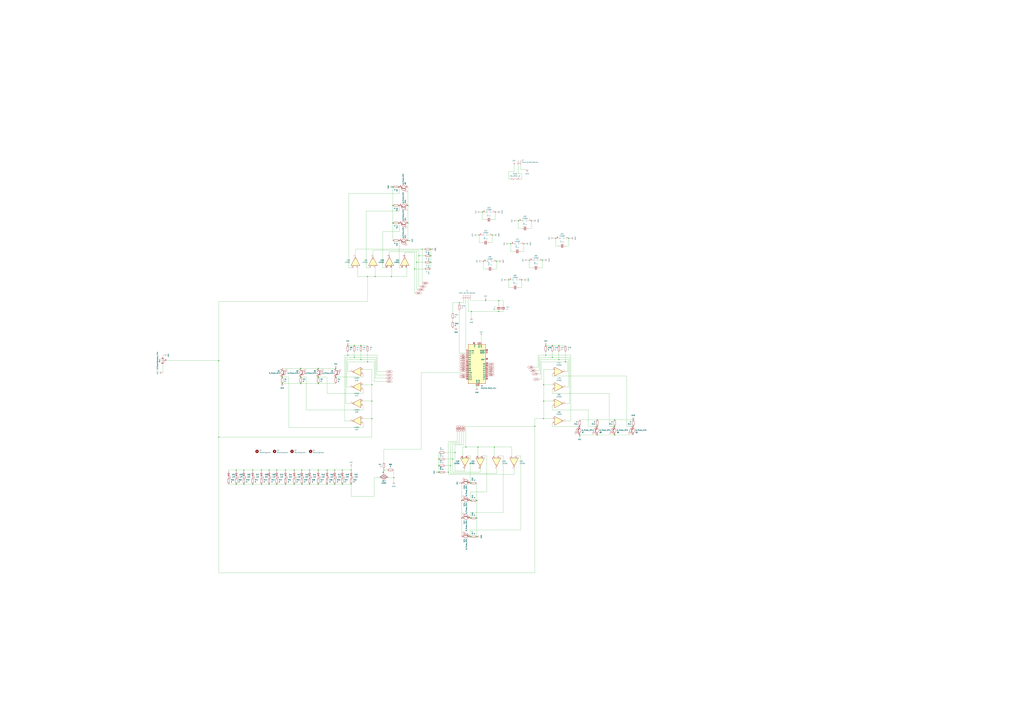
<source format=kicad_sch>
(kicad_sch (version 20250114) (generator "eeschema") (generator_version "9.0")
  (paper "A0")
  (junction (at 575.31 246.38))
  (junction (at 274.32 546.1))
  (junction (at 535.94 601.98))
  (junction (at 500.38 304.8))
  (junction (at 693.42 495.3))
  (junction (at 312.42 546.1))
  (junction (at 407.67 546.1))
  (junction (at 608.33 283.21))
  (junction (at 419.1 401.32))
  (junction (at 633.73 401.32))
  (junction (at 713.74 487.68))
  (junction (at 389.89 427.99))
  (junction (at 463.55 217.17))
  (junction (at 473.71 259.08))
  (junction (at 563.88 349.25))
  (junction (at 525.78 533.4))
  (junction (at 473.71 279.4))
  (junction (at 274.32 562.61))
  (junction (at 633.73 412.75))
  (junction (at 473.71 238.76))
  (junction (at 327.66 445.77))
  (junction (at 349.25 445.77))
  (junction (at 735.33 495.3))
  (junction (at 713.74 505.46))
  (junction (at 533.4 351.79))
  (junction (at 481.33 312.42))
  (junction (at 614.68 302.26))
  (junction (at 546.1 561.34))
  (junction (at 397.51 562.61))
  (junction (at 254 508))
  (junction (at 397.51 546.1))
  (junction (at 463.55 238.76))
  (junction (at 303.53 562.61))
  (junction (at 590.55 325.12))
  (junction (at 556.26 273.05))
  (junction (at 483.87 304.8))
  (junction (at 641.35 415.29))
  (junction (at 341.63 546.1))
  (junction (at 490.22 289.56))
  (junction (at 553.72 601.98))
  (junction (at 445.77 546.1))
  (junction (at 457.2 554.99))
  (junction (at 593.09 283.21))
  (junction (at 426.72 420.37))
  (junction (at 411.48 415.29))
  (junction (at 369.57 427.99))
  (junction (at 389.89 438.15))
  (junction (at 349.25 427.99))
  (junction (at 379.73 546.1))
  (junction (at 283.21 546.1))
  (junction (at 617.22 256.54))
  (junction (at 254 419.1))
  (junction (at 293.37 546.1))
  (junction (at 546.1 601.98))
  (junction (at 571.5 273.05))
  (junction (at 359.41 546.1))
  (junction (at 535.94 581.66))
  (junction (at 509.27 548.64))
  (junction (at 648.97 401.32))
  (junction (at 509.27 533.4))
  (junction (at 541.02 519.43))
  (junction (at 631.19 486.41))
  (junction (at 656.59 420.37))
  (junction (at 576.58 303.53))
  (junction (at 561.34 303.53))
  (junction (at 605.79 325.12))
  (junction (at 535.94 561.34))
  (junction (at 601.98 256.54))
  (junction (at 388.62 562.61))
  (junction (at 660.4 276.86))
  (junction (at 554.99 519.43))
  (junction (at 574.04 519.43))
  (junction (at 369.57 438.15))
  (junction (at 579.12 349.25))
  (junction (at 403.86 412.75))
  (junction (at 312.42 562.61))
  (junction (at 713.74 495.3))
  (junction (at 546.1 623.57))
  (junction (at 486.41 297.18))
  (junction (at 369.57 445.77))
  (junction (at 500.38 289.56))
  (junction (at 455.93 259.08))
  (junction (at 621.03 495.3))
  (junction (at 341.63 562.61))
  (junction (at 407.67 562.61))
  (junction (at 431.8 486.41))
  (junction (at 426.72 321.31))
  (junction (at 641.35 401.32))
  (junction (at 560.07 246.38))
  (junction (at 403.86 401.32))
  (junction (at 303.53 546.1))
  (junction (at 431.8 466.09))
  (junction (at 673.1 495.3))
  (junction (at 509.27 541.02))
  (junction (at 553.72 623.57))
  (junction (at 523.24 541.02))
  (junction (at 547.37 361.95))
  (junction (at 435.61 321.31))
  (junction (at 579.12 361.95))
  (junction (at 350.52 546.1))
  (junction (at 411.48 401.32))
  (junction (at 645.16 276.86))
  (junction (at 463.55 279.4))
  (junction (at 631.19 447.04))
  (junction (at 520.7 548.64))
  (junction (at 321.31 562.61))
  (junction (at 463.55 259.08))
  (junction (at 528.32 525.78))
  (junction (at 693.42 505.46))
  (junction (at 350.52 562.61))
  (junction (at 500.38 297.18))
  (junction (at 369.57 562.61))
  (junction (at 327.66 438.15))
  (junction (at 693.42 487.68))
  (junction (at 431.8 447.04))
  (junction (at 631.19 466.09))
  (junction (at 454.66 321.31))
  (junction (at 629.92 302.26))
  (junction (at 546.1 581.66))
  (junction (at 553.72 581.66))
  (junction (at 321.31 546.1))
  (junction (at 673.1 505.46))
  (junction (at 331.47 562.61))
  (junction (at 349.25 438.15))
  (junction (at 369.57 546.1))
  (junction (at 553.72 448.31))
  (junction (at 293.37 562.61))
  (junction (at 359.41 562.61))
  (junction (at 648.97 417.83))
  (junction (at 331.47 546.1))
  (junction (at 419.1 417.83))
  (junction (at 388.62 546.1))
  (junction (at 455.93 238.76))
  (junction (at 455.93 217.17))
  (junction (at 283.21 562.61))
  (junction (at 735.33 487.68))
  (junction (at 379.73 562.61))
  (wire (pts (xy 500.38 297.18) (xy 500.38 304.8)))
  (wire (pts (xy 388.62 562.61) (xy 397.51 562.61)))
  (wire (pts (xy 601.98 265.43) (xy 601.98 256.54)))
  (wire (pts (xy 618.49 311.15) (xy 614.68 311.15)))
  (wire (pts (xy 673.1 505.46) (xy 693.42 505.46)))
  (wire (pts (xy 596.9 191.77) (xy 596.9 199.39)))
  (wire (pts (xy 557.53 548.64) (xy 557.53 544.83)))
  (wire (pts (xy 486.41 332.74) (xy 487.68 332.74)))
  (wire (pts (xy 535.94 515.62) (xy 525.78 515.62)))
  (wire (pts (xy 546.1 529.59) (xy 546.1 561.34)))
  (wire (pts (xy 641.35 436.88) (xy 727.71 436.88)))
  (wire (pts (xy 567.69 281.94) (xy 571.5 281.94)))
  (wire (pts (xy 490.22 328.93) (xy 490.22 289.56)))
  (wire (pts (xy 379.73 546.1) (xy 369.57 546.1)))
  (wire (pts (xy 369.57 562.61) (xy 379.73 562.61)))
  (wire (pts (xy 452.12 292.1) (xy 452.12 295.91)))
  (wire (pts (xy 530.86 513.08) (xy 520.7 513.08)))
  (wire (pts (xy 509.27 541.02) (xy 509.27 533.4)))
  (wire (pts (xy 553.72 623.57) (xy 553.72 601.98)))
  (wire (pts (xy 426.72 420.37) (xy 434.34 420.37)))
  (wire (pts (xy 561.34 312.42) (xy 561.34 303.53)))
  (wire (pts (xy 735.33 487.68) (xy 713.74 487.68)))
  (wire (pts (xy 355.6 476.25) (xy 355.6 438.15)))
  (wire (pts (xy 426.72 408.94) (xy 426.72 420.37)))
  (wire (pts (xy 641.35 457.2) (xy 707.39 457.2)))
  (wire (pts (xy 543.56 361.95) (xy 547.37 361.95)))
  (wire (pts (xy 369.57 427.99) (xy 349.25 427.99)))
  (wire (pts (xy 400.05 412.75) (xy 400.05 488.95)))
  (wire (pts (xy 599.44 529.59) (xy 604.52 529.59)))
  (wire (pts (xy 419.1 417.83) (xy 435.61 417.83)))
  (wire (pts (xy 621.03 495.3) (xy 621.03 665.48)))
  (wire (pts (xy 463.55 311.15) (xy 467.36 311.15)))
  (wire (pts (xy 312.42 546.1) (xy 312.42 547.37)))
  (wire (pts (xy 631.19 466.09) (xy 631.19 447.04)))
  (wire (pts (xy 516.89 548.64) (xy 520.7 548.64)))
  (wire (pts (xy 590.55 334.01) (xy 590.55 325.12)))
  (wire (pts (xy 641.35 471.17) (xy 641.35 476.25)))
  (wire (pts (xy 516.89 525.78) (xy 528.32 525.78)))
  (wire (pts (xy 574.04 529.59) (xy 574.04 519.43)))
  (wire (pts (xy 349.25 427.99) (xy 327.66 427.99)))
  (wire (pts (xy 662.94 488.95) (xy 656.59 488.95)))
  (wire (pts (xy 293.37 562.61) (xy 303.53 562.61)))
  (wire (pts (xy 626.11 311.15) (xy 629.92 311.15)))
  (wire (pts (xy 546.1 615.95) (xy 546.1 623.57)))
  (wire (pts (xy 656.59 420.37) (xy 659.13 420.37)))
  (wire (pts (xy 629.92 302.26) (xy 629.92 311.15)))
  (wire (pts (xy 463.55 224.79) (xy 463.55 217.17)))
  (wire (pts (xy 426.72 350.52) (xy 254 350.52)))
  (wire (pts (xy 463.55 311.15) (xy 463.55 279.4)))
  (wire (pts (xy 553.72 581.66) (xy 553.72 561.34)))
  (wire (pts (xy 481.33 293.37) (xy 481.33 312.42)))
  (wire (pts (xy 355.6 438.15) (xy 349.25 438.15)))
  (wire (pts (xy 543.56 347.98) (xy 543.56 361.95)))
  (wire (pts (xy 596.9 551.18) (xy 596.9 544.83)))
  (wire (pts (xy 431.8 508) (xy 254 508)))
  (wire (pts (xy 415.29 321.31) (xy 426.72 321.31)))
  (wire (pts (xy 693.42 495.3) (xy 683.26 495.3)))
  (wire (pts (xy 641.35 495.3) (xy 673.1 495.3)))
  (wire (pts (xy 656.59 285.75) (xy 660.4 285.75)))
  (wire (pts (xy 560.07 246.38) (xy 560.07 255.27)))
  (wire (pts (xy 433.07 295.91) (xy 433.07 290.83)))
  (wire (pts (xy 421.64 429.26) (xy 431.8 429.26)))
  (wire (pts (xy 406.4 431.8) (xy 403.86 431.8)))
  (wire (pts (xy 525.78 533.4) (xy 525.78 548.64)))
  (wire (pts (xy 541.02 519.43) (xy 554.99 519.43)))
  (wire (pts (xy 331.47 546.1) (xy 321.31 546.1)))
  (wire (pts (xy 576.58 303.53) (xy 576.58 312.42)))
  (wire (pts (xy 293.37 546.1) (xy 283.21 546.1)))
  (wire (pts (xy 727.71 436.88) (xy 727.71 495.3)))
  (wire (pts (xy 617.22 256.54) (xy 619.76 256.54)))
  (wire (pts (xy 525.78 351.79) (xy 525.78 363.22)))
  (wire (pts (xy 533.4 353.06) (xy 533.4 351.79)))
  (wire (pts (xy 535.94 601.98) (xy 535.94 623.57)))
  (wire (pts (xy 605.79 265.43) (xy 601.98 265.43)))
  (wire (pts (xy 407.67 542.29) (xy 407.67 546.1)))
  (wire (pts (xy 546.1 581.66) (xy 546.1 571.5)))
  (wire (pts (xy 539.75 547.37) (xy 528.32 547.37)))
  (wire (pts (xy 626.11 415.29) (xy 641.35 415.29)))
  (wire (pts (xy 283.21 546.1) (xy 283.21 547.37)))
  (wire (pts (xy 492.76 304.8) (xy 483.87 304.8)))
  (wire (pts (xy 379.73 457.2) (xy 421.64 457.2)))
  (wire (pts (xy 359.41 546.1) (xy 359.41 547.37)))
  (wire (pts (xy 189.23 433.07) (xy 187.96 433.07)))
  (wire (pts (xy 500.38 304.8) (xy 500.38 312.42)))
  (wire (pts (xy 656.59 408.94) (xy 656.59 420.37)))
  (wire (pts (xy 608.33 283.21) (xy 610.87 283.21)))
  (wire (pts (xy 265.43 562.61) (xy 274.32 562.61)))
  (wire (pts (xy 631.19 486.41) (xy 631.19 466.09)))
  (wire (pts (xy 641.35 466.09) (xy 631.19 466.09)))
  (wire (pts (xy 648.97 401.32) (xy 656.59 401.32)))
  (wire (pts (xy 541.02 495.3) (xy 541.02 519.43)))
  (wire (pts (xy 430.53 311.15) (xy 425.45 311.15)))
  (wire (pts (xy 431.8 486.41) (xy 431.8 508)))
  (wire (pts (xy 369.57 438.15) (xy 379.73 438.15)))
  (wire (pts (xy 593.09 292.1) (xy 593.09 283.21)))
  (wire (pts (xy 571.5 273.05) (xy 574.04 273.05)))
  (wire (pts (xy 541.02 347.98) (xy 541.02 407.67)))
  (wire (pts (xy 444.5 311.15) (xy 449.58 311.15)))
  (wire (pts (xy 457.2 546.1) (xy 457.2 554.99)))
  (wire (pts (xy 601.98 191.77) (xy 601.98 201.93)))
  (wire (pts (xy 488.95 433.07) (xy 541.02 433.07)))
  (wire (pts (xy 631.19 486.41) (xy 621.03 486.41)))
  (wire (pts (xy 312.42 546.1) (xy 303.53 546.1)))
  (wire (pts (xy 648.97 408.94) (xy 648.97 417.83)))
  (wire (pts (xy 584.2 595.63) (xy 546.1 595.63)))
  (wire (pts (xy 190.5 412.75) (xy 189.23 412.75)))
  (wire (pts (xy 401.32 415.29) (xy 411.48 415.29)))
  (wire (pts (xy 565.15 529.59) (xy 560.07 529.59)))
  (wire (pts (xy 546.1 529.59) (xy 542.29 529.59)))
  (wire (pts (xy 556.26 273.05) (xy 556.26 281.94)))
  (wire (pts (xy 537.21 519.43) (xy 541.02 519.43)))
  (wire (pts (xy 727.71 495.3) (xy 735.33 495.3)))
  (wire (pts (xy 411.48 408.94) (xy 411.48 415.29)))
  (wire (pts (xy 546.1 571.5) (xy 565.15 571.5)))
  (wire (pts (xy 321.31 546.1) (xy 321.31 547.37)))
  (wire (pts (xy 624.84 434.34) (xy 627.38 434.34)))
  (wire (pts (xy 421.64 491.49) (xy 421.64 496.57)))
  (wire (pts (xy 434.34 420.37) (xy 434.34 443.23)))
  (wire (pts (xy 528.32 516.89) (xy 528.32 525.78)))
  (wire (pts (xy 560.07 246.38) (xy 557.53 246.38)))
  (wire (pts (xy 421.64 486.41) (xy 431.8 486.41)))
  (wire (pts (xy 707.39 457.2) (xy 707.39 495.3)))
  (wire (pts (xy 539.75 544.83) (xy 539.75 547.37)))
  (wire (pts (xy 436.88 415.29) (xy 436.88 435.61)))
  (wire (pts (xy 547.37 361.95) (xy 579.12 361.95)))
  (wire (pts (xy 641.35 486.41) (xy 631.19 486.41)))
  (wire (pts (xy 661.67 468.63) (xy 661.67 415.29)))
  (wire (pts (xy 641.35 491.49) (xy 641.35 495.3)))
  (wire (pts (xy 488.95 521.97) (xy 488.95 433.07)))
  (wire (pts (xy 594.36 529.59) (xy 594.36 519.43)))
  (wire (pts (xy 341.63 546.1) (xy 331.47 546.1)))
  (wire (pts (xy 594.36 334.01) (xy 590.55 334.01)))
  (wire (pts (xy 463.55 269.24) (xy 444.5 269.24)))
  (wire (pts (xy 331.47 562.61) (xy 341.63 562.61)))
  (wire (pts (xy 553.72 448.31) (xy 553.72 450.85)))
  (wire (pts (xy 571.5 255.27) (xy 575.31 255.27)))
  (wire (pts (xy 369.57 445.77) (xy 389.89 445.77)))
  (wire (pts (xy 656.59 431.8) (xy 659.13 431.8)))
  (wire (pts (xy 565.15 571.5) (xy 565.15 529.59)))
  (wire (pts (xy 535.94 561.34) (xy 535.94 581.66)))
  (wire (pts (xy 483.87 292.1) (xy 483.87 304.8)))
  (wire (pts (xy 576.58 549.91) (xy 523.24 549.91)))
  (wire (pts (xy 492.76 297.18) (xy 486.41 297.18)))
  (wire (pts (xy 525.78 515.62) (xy 525.78 533.4)))
  (wire (pts (xy 584.2 354.33) (xy 584.2 349.25)))
  (wire (pts (xy 576.58 303.53) (xy 579.12 303.53)))
  (wire (pts (xy 604.52 196.85) (xy 612.14 196.85)))
  (wire (pts (xy 405.13 224.79) (xy 463.55 224.79)))
  (wire (pts (xy 254 665.48) (xy 254 508)))
  (wire (pts (xy 283.21 546.1) (xy 274.32 546.1)))
  (wire (pts (xy 440.69 554.99) (xy 434.34 554.99)))
  (wire (pts (xy 601.98 201.93) (xy 605.79 201.93)))
  (wire (pts (xy 401.32 468.63) (xy 401.32 415.29)))
  (wire (pts (xy 421.64 457.2) (xy 421.64 452.12)))
  (wire (pts (xy 463.55 245.11) (xy 463.55 238.76)))
  (wire (pts (xy 411.48 415.29) (xy 436.88 415.29)))
  (wire (pts (xy 435.61 311.15) (xy 435.61 321.31)))
  (wire (pts (xy 402.59 417.83) (xy 402.59 449.58)))
  (wire (pts (xy 535.94 581.66) (xy 535.94 601.98)))
  (wire (pts (xy 553.72 273.05) (xy 556.26 273.05)))
  (wire (pts (xy 601.98 256.54) (xy 599.44 256.54)))
  (wire (pts (xy 605.79 208.28) (xy 603.25 208.28)))
  (wire (pts (xy 628.65 420.37) (xy 656.59 420.37)))
  (wire (pts (xy 445.77 521.97) (xy 488.95 521.97)))
  (wire (pts (xy 412.75 289.56) (xy 490.22 289.56)))
  (wire (pts (xy 563.88 349.25) (xy 579.12 349.25)))
  (wire (pts (xy 455.93 259.08) (xy 455.93 279.4)))
  (wire (pts (xy 410.21 311.15) (xy 405.13 311.15)))
  (wire (pts (xy 538.48 501.65) (xy 538.48 516.89)))
  (wire (pts (xy 485.14 336.55) (xy 483.87 336.55)))
  (wire (pts (xy 516.89 533.4) (xy 525.78 533.4)))
  (wire (pts (xy 321.31 562.61) (xy 331.47 562.61)))
  (wire (pts (xy 633.73 401.32) (xy 641.35 401.32)))
  (wire (pts (xy 525.78 548.64) (xy 557.53 548.64)))
  (wire (pts (xy 596.9 292.1) (xy 593.09 292.1)))
  (wire (pts (xy 571.5 273.05) (xy 571.5 281.94)))
  (wire (pts (xy 434.34 576.58) (xy 434.34 554.99)))
  (wire (pts (xy 436.88 435.61) (xy 448.31 435.61)))
  (wire (pts (xy 1247.14 15.24) (xy 1247.14 29.21)))
  (wire (pts (xy 327.66 445.77) (xy 349.25 445.77)))
  (wire (pts (xy 431.8 466.09) (xy 431.8 447.04)))
  (wire (pts (xy 350.52 562.61) (xy 359.41 562.61)))
  (wire (pts (xy 445.77 546.1) (xy 445.77 547.37)))
  (wire (pts (xy 454.66 321.31) (xy 454.66 311.15)))
  (wire (pts (xy 604.52 191.77) (xy 604.52 196.85)))
  (wire (pts (xy 683.26 476.25) (xy 641.35 476.25)))
  (wire (pts (xy 631.19 429.26) (xy 631.19 447.04)))
  (wire (pts (xy 576.58 544.83) (xy 576.58 549.91)))
  (wire (pts (xy 425.45 311.15) (xy 425.45 245.11)))
  (wire (pts (xy 407.67 546.1) (xy 407.67 547.37)))
  (wire (pts (xy 604.52 615.95) (xy 546.1 615.95)))
  (wire (pts (xy 594.36 519.43) (xy 574.04 519.43)))
  (wire (pts (xy 421.64 471.17) (xy 421.64 476.25)))
  (wire (pts (xy 626.11 415.29) (xy 626.11 430.53)))
  (wire (pts (xy 533.4 351.79) (xy 538.48 351.79)))
  (wire (pts (xy 303.53 562.61) (xy 312.42 562.61)))
  (wire (pts (xy 303.53 546.1) (xy 303.53 547.37)))
  (wire (pts (xy 379.73 546.1) (xy 379.73 547.37)))
  (wire (pts (xy 707.39 495.3) (xy 713.74 495.3)))
  (wire (pts (xy 541.02 495.3) (xy 621.03 495.3)))
  (wire (pts (xy 303.53 546.1) (xy 293.37 546.1)))
  (wire (pts (xy 438.15 412.75) (xy 438.15 431.8)))
  (wire (pts (xy 627.38 434.34) (xy 627.38 417.83)))
  (wire (pts (xy 584.2 529.59) (xy 584.2 595.63)))
  (wire (pts (xy 469.9 295.91) (xy 469.9 293.37)))
  (wire (pts (xy 265.43 546.1) (xy 265.43 547.37)))
  (wire (pts (xy 274.32 562.61) (xy 283.21 562.61)))
  (wire (pts (xy 434.34 443.23) (xy 448.31 443.23)))
  (wire (pts (xy 500.38 289.56) (xy 500.38 297.18)))
  (wire (pts (xy 558.8 389.89) (xy 558.8 397.51)))
  (wire (pts (xy 189.23 412.75) (xy 189.23 415.29)))
  (wire (pts (xy 425.45 245.11) (xy 463.55 245.11)))
  (wire (pts (xy 624.84 412.75) (xy 624.84 426.72)))
  (wire (pts (xy 525.78 370.84) (xy 525.78 373.38)))
  (wire (pts (xy 481.33 340.36) (xy 482.6 340.36)))
  (wire (pts (xy 520.7 513.08) (xy 520.7 548.64)))
  (wire (pts (xy 553.72 448.31) (xy 556.26 448.31)))
  (wire (pts (xy 546.1 349.25) (xy 563.88 349.25)))
  (wire (pts (xy 546.1 347.98) (xy 546.1 349.25)))
  (wire (pts (xy 560.07 281.94) (xy 556.26 281.94)))
  (wire (pts (xy 435.61 417.83) (xy 435.61 439.42)))
  (wire (pts (xy 627.38 417.83) (xy 648.97 417.83)))
  (wire (pts (xy 421.64 438.15) (xy 421.64 434.34)))
  (wire (pts (xy 473.71 238.76) (xy 473.71 217.17)))
  (wire (pts (xy 421.64 466.09) (xy 431.8 466.09)))
  (wire (pts (xy 516.89 541.02) (xy 523.24 541.02)))
  (wire (pts (xy 312.42 562.61) (xy 321.31 562.61)))
  (wire (pts (xy 530.86 501.65) (xy 530.86 513.08)))
  (wire (pts (xy 629.92 302.26) (xy 632.46 302.26)))
  (wire (pts (xy 397.51 546.1) (xy 388.62 546.1)))
  (wire (pts (xy 426.72 321.31) (xy 435.61 321.31)))
  (wire (pts (xy 641.35 429.26) (xy 631.19 429.26)))
  (wire (pts (xy 693.42 487.68) (xy 673.1 487.68)))
  (wire (pts (xy 341.63 546.1) (xy 341.63 547.37)))
  (wire (pts (xy 525.78 351.79) (xy 533.4 351.79)))
  (wire (pts (xy 593.09 283.21) (xy 590.55 283.21)))
  (wire (pts (xy 605.79 325.12) (xy 608.33 325.12)))
  (wire (pts (xy 523.24 514.35) (xy 533.4 514.35)))
  (wire (pts (xy 537.21 529.59) (xy 537.21 519.43)))
  (wire (pts (xy 426.72 321.31) (xy 426.72 350.52)))
  (wire (pts (xy 584.2 349.25) (xy 579.12 349.25)))
  (wire (pts (xy 641.35 457.2) (xy 641.35 452.12)))
  (wire (pts (xy 438.15 431.8) (xy 448.31 431.8)))
  (wire (pts (xy 481.33 312.42) (xy 481.33 340.36)))
  (wire (pts (xy 473.71 259.08) (xy 473.71 238.76)))
  (wire (pts (xy 523.24 541.02) (xy 523.24 549.91)))
  (wire (pts (xy 433.07 290.83) (xy 486.41 290.83)))
  (wire (pts (xy 455.93 238.76) (xy 455.93 259.08)))
  (wire (pts (xy 403.86 401.32) (xy 411.48 401.32)))
  (wire (pts (xy 693.42 505.46) (xy 713.74 505.46)))
  (wire (pts (xy 359.41 562.61) (xy 369.57 562.61)))
  (wire (pts (xy 400.05 488.95) (xy 406.4 488.95)))
  (wire (pts (xy 546.1 595.63) (xy 546.1 601.98)))
  (wire (pts (xy 633.73 412.75) (xy 662.94 412.75)))
  (wire (pts (xy 713.74 505.46) (xy 735.33 505.46)))
  (wire (pts (xy 613.41 265.43) (xy 617.22 265.43)))
  (wire (pts (xy 626.11 440.69) (xy 628.65 440.69)))
  (wire (pts (xy 608.33 283.21) (xy 608.33 292.1)))
  (wire (pts (xy 403.86 412.75) (xy 438.15 412.75)))
  (wire (pts (xy 472.44 311.15) (xy 472.44 321.31)))
  (wire (pts (xy 590.55 199.39) (xy 590.55 208.28)))
  (wire (pts (xy 641.35 415.29) (xy 661.67 415.29)))
  (wire (pts (xy 400.05 412.75) (xy 403.86 412.75)))
  (wire (pts (xy 572.77 312.42) (xy 576.58 312.42)))
  (wire (pts (xy 575.31 246.38) (xy 577.85 246.38)))
  (wire (pts (xy 463.55 259.08) (xy 463.55 269.24)))
  (wire (pts (xy 189.23 422.91) (xy 189.23 433.07)))
  (wire (pts (xy 579.12 529.59) (xy 584.2 529.59)))
  (wire (pts (xy 561.34 303.53) (xy 558.8 303.53)))
  (wire (pts (xy 389.89 427.99) (xy 369.57 427.99)))
  (wire (pts (xy 648.97 285.75) (xy 645.16 285.75)))
  (wire (pts (xy 621.03 486.41) (xy 621.03 495.3)))
  (wire (pts (xy 486.41 290.83) (xy 486.41 297.18)))
  (wire (pts (xy 403.86 420.37) (xy 426.72 420.37)))
  (wire (pts (xy 641.35 401.32) (xy 648.97 401.32)))
  (wire (pts (xy 431.8 447.04) (xy 421.64 447.04)))
  (wire (pts (xy 435.61 321.31) (xy 454.66 321.31)))
  (wire (pts (xy 335.28 438.15) (xy 327.66 438.15)))
  (wire (pts (xy 713.74 487.68) (xy 693.42 487.68)))
  (wire (pts (xy 350.52 546.1) (xy 341.63 546.1)))
  (wire (pts (xy 590.55 325.12) (xy 588.01 325.12)))
  (wire (pts (xy 631.19 447.04) (xy 641.35 447.04)))
  (wire (pts (xy 407.67 576.58) (xy 434.34 576.58)))
  (wire (pts (xy 533.4 501.65) (xy 533.4 514.35)))
  (wire (pts (xy 538.48 347.98) (xy 538.48 351.79)))
  (wire (pts (xy 421.64 496.57) (xy 335.28 496.57)))
  (wire (pts (xy 274.32 546.1) (xy 265.43 546.1)))
  (wire (pts (xy 617.22 256.54) (xy 617.22 265.43)))
  (wire (pts (xy 419.1 401.32) (xy 426.72 401.32)))
  (wire (pts (xy 660.4 449.58) (xy 656.59 449.58)))
  (wire (pts (xy 554.99 519.43) (xy 554.99 529.59)))
  (wire (pts (xy 641.35 408.94) (xy 641.35 415.29)))
  (wire (pts (xy 435.61 439.42) (xy 448.31 439.42)))
  (wire (pts (xy 457.2 554.99) (xy 457.2 560.07)))
  (wire (pts (xy 523.24 514.35) (xy 523.24 541.02)))
  (wire (pts (xy 407.67 562.61) (xy 407.67 576.58)))
  (wire (pts (xy 614.68 302.26) (xy 612.14 302.26)))
  (wire (pts (xy 483.87 292.1) (xy 452.12 292.1)))
  (wire (pts (xy 656.59 468.63) (xy 661.67 468.63)))
  (wire (pts (xy 431.8 429.26) (xy 431.8 447.04)))
  (wire (pts (xy 605.79 201.93) (xy 605.79 208.28)))
  (wire (pts (xy 449.58 546.1) (xy 445.77 546.1)))
  (wire (pts (xy 331.47 546.1) (xy 331.47 547.37)))
  (wire (pts (xy 405.13 311.15) (xy 405.13 224.79)))
  (wire (pts (xy 624.84 412.75) (xy 633.73 412.75)))
  (wire (pts (xy 509.27 533.4) (xy 509.27 525.78)))
  (wire (pts (xy 626.11 430.53) (xy 622.3 430.53)))
  (wire (pts (xy 579.12 349.25) (xy 579.12 354.33)))
  (wire (pts (xy 660.4 276.86) (xy 660.4 285.75)))
  (wire (pts (xy 645.16 276.86) (xy 645.16 285.75)))
  (wire (pts (xy 415.29 311.15) (xy 415.29 321.31)))
  (wire (pts (xy 565.15 312.42) (xy 561.34 312.42)))
  (wire (pts (xy 469.9 293.37) (xy 481.33 293.37)))
  (wire (pts (xy 445.77 537.21) (xy 445.77 521.97)))
  (wire (pts (xy 490.22 289.56) (xy 492.76 289.56)))
  (wire (pts (xy 624.84 426.72) (xy 619.76 426.72)))
  (wire (pts (xy 397.51 562.61) (xy 407.67 562.61)))
  (wire (pts (xy 421.64 438.15) (xy 389.89 438.15)))
  (wire (pts (xy 525.78 381) (xy 529.59 381)))
  (wire (pts (xy 528.32 516.89) (xy 538.48 516.89)))
  (wire (pts (xy 445.77 544.83) (xy 445.77 546.1)))
  (wire (pts (xy 406.4 468.63) (xy 401.32 468.63)))
  (wire (pts (xy 596.9 199.39) (xy 590.55 199.39)))
  (wire (pts (xy 604.52 529.59) (xy 604.52 615.95)))
  (wire (pts (xy 397.51 546.1) (xy 397.51 547.37)))
  (wire (pts (xy 520.7 548.64) (xy 520.7 551.18)))
  (wire (pts (xy 274.32 546.1) (xy 274.32 547.37)))
  (wire (pts (xy 369.57 546.1) (xy 359.41 546.1)))
  (wire (pts (xy 403.86 431.8) (xy 403.86 420.37)))
  (wire (pts (xy 662.94 412.75) (xy 662.94 488.95)))
  (wire (pts (xy 614.68 311.15) (xy 614.68 302.26)))
  (wire (pts (xy 660.4 276.86) (xy 662.94 276.86)))
  (wire (pts (xy 541.02 410.21) (xy 533.4 410.21)))
  (wire (pts (xy 645.16 276.86) (xy 642.62 276.86)))
  (wire (pts (xy 528.32 525.78) (xy 528.32 547.37)))
  (wire (pts (xy 601.98 334.01) (xy 605.79 334.01)))
  (wire (pts (xy 411.48 401.32) (xy 419.1 401.32)))
  (wire (pts (xy 455.93 217.17) (xy 455.93 238.76)))
  (wire (pts (xy 419.1 408.94) (xy 419.1 417.83)))
  (wire (pts (xy 520.7 551.18) (xy 596.9 551.18)))
  (wire (pts (xy 553.72 601.98) (xy 553.72 581.66)))
  (wire (pts (xy 486.41 297.18) (xy 486.41 332.74)))
  (wire (pts (xy 535.94 501.65) (xy 535.94 515.62)))
  (wire (pts (xy 454.66 321.31) (xy 472.44 321.31)))
  (wire (pts (xy 402.59 417.83) (xy 419.1 417.83)))
  (wire (pts (xy 369.57 546.1) (xy 369.57 547.37)))
  (wire (pts (xy 379.73 562.61) (xy 388.62 562.61)))
  (wire (pts (xy 421.64 476.25) (xy 355.6 476.25)))
  (wire (pts (xy 350.52 546.1) (xy 350.52 547.37)))
  (wire (pts (xy 254 419.1) (xy 254 508)))
  (wire (pts (xy 193.04 419.1) (xy 254 419.1)))
  (wire (pts (xy 412.75 289.56) (xy 412.75 295.91)))
  (wire (pts (xy 641.35 436.88) (xy 641.35 434.34)))
  (wire (pts (xy 321.31 546.1) (xy 312.42 546.1)))
  (wire (pts (xy 621.03 665.48) (xy 254 665.48)))
  (wire (pts (xy 402.59 449.58) (xy 406.4 449.58)))
  (wire (pts (xy 648.97 417.83) (xy 660.4 417.83)))
  (wire (pts (xy 444.5 269.24) (xy 444.5 311.15)))
  (wire (pts (xy 659.13 431.8) (xy 659.13 420.37)))
  (wire (pts (xy 483.87 304.8) (xy 483.87 336.55)))
  (wire (pts (xy 388.62 546.1) (xy 388.62 547.37)))
  (wire (pts (xy 341.63 562.61) (xy 350.52 562.61)))
  (wire (pts (xy 492.76 312.42) (xy 481.33 312.42)))
  (wire (pts (xy 533.4 360.68) (xy 533.4 410.21)))
  (wire (pts (xy 575.31 246.38) (xy 575.31 255.27)))
  (wire (pts (xy 604.52 292.1) (xy 608.33 292.1)))
  (wire (pts (xy 388.62 546.1) (xy 379.73 546.1)))
  (wire (pts (xy 359.41 546.1) (xy 350.52 546.1)))
  (wire (pts (xy 605.79 325.12) (xy 605.79 334.01)))
  (wire (pts (xy 563.88 255.27) (xy 560.07 255.27)))
  (wire (pts (xy 450.85 554.99) (xy 457.2 554.99)))
  (wire (pts (xy 403.86 408.94) (xy 403.86 412.75)))
  (wire (pts (xy 547.37 361.95) (xy 547.37 369.57)))
  (wire (pts (xy 660.4 417.83) (xy 660.4 449.58)))
  (wire (pts (xy 473.71 279.4) (xy 473.71 259.08)))
  (wire (pts (xy 683.26 495.3) (xy 683.26 476.25)))
  (wire (pts (xy 379.73 438.15) (xy 379.73 457.2)))
  (wire (pts (xy 349.25 445.77) (xy 369.57 445.77)))
  (wire (pts (xy 628.65 420.37) (xy 628.65 440.69)))
  (wire (pts (xy 407.67 546.1) (xy 397.51 546.1)))
  (wire (pts (xy 590.55 208.28) (xy 593.09 208.28)))
  (wire (pts (xy 509.27 548.64) (xy 509.27 541.02)))
  (wire (pts (xy 335.28 496.57) (xy 335.28 438.15)))
  (wire (pts (xy 254 350.52) (xy 254 419.1)))
  (wire (pts (xy 431.8 486.41) (xy 431.8 466.09)))
  (wire (pts (xy 633.73 408.94) (xy 633.73 412.75)))
  (wire (pts (xy 283.21 562.61) (xy 293.37 562.61)))
  (wire (pts (xy 574.04 519.43) (xy 554.99 519.43)))
  (wire (pts (xy 293.37 546.1) (xy 293.37 547.37)))
  (wire (pts (xy 579.12 361.95) (xy 584.2 361.95)))
  (global_label "U4B" (shape bidirectional) (at 448.31 431.8 0) (property "Intersheetrefs" "${INTERSHEET_REFS}" (effects (hide yes))))
  (global_label "U9A" (shape bidirectional) (at 541.02 430.53 180) (property "Intersheetrefs" "${INTERSHEET_REFS}" (effects (hide yes))))
  (global_label "U4A" (shape bidirectional) (at 566.42 425.45 0) (property "Intersheetrefs" "${INTERSHEET_REFS}" (effects (hide yes))))
  (global_label "U9B" (shape bidirectional) (at 533.4 501.65 90) (property "Intersheetrefs" "${INTERSHEET_REFS}" (effects (hide yes))))
  (global_label "U7B" (shape bidirectional) (at 624.84 434.34 180) (property "Intersheetrefs" "${INTERSHEET_REFS}" (effects (hide yes))))
  (global_label "U6B" (shape bidirectional) (at 566.42 435.61 0) (property "Intersheetrefs" "${INTERSHEET_REFS}" (effects (hide yes))))
  (global_label "U5A" (shape bidirectional) (at 566.42 430.53 0) (property "Intersheetrefs" "${INTERSHEET_REFS}" (effects (hide yes))))
  (global_label "U8A" (shape bidirectional) (at 541.02 412.75 180) (property "Intersheetrefs" "${INTERSHEET_REFS}" (effects (hide yes))))
  (global_label "U6A" (shape bidirectional) (at 566.42 433.07 0) (property "Intersheetrefs" "${INTERSHEET_REFS}" (effects (hide yes))))
  (global_label "U5B" (shape bidirectional) (at 485.14 336.55 0) (property "Intersheetrefs" "${INTERSHEET_REFS}" (effects (hide yes))))
  (global_label "U8B" (shape bidirectional) (at 541.02 415.29 180) (property "Intersheetrefs" "${INTERSHEET_REFS}" (effects (hide yes))))
  (global_label "U3A" (shape bidirectional) (at 448.31 443.23 0) (property "Intersheetrefs" "${INTERSHEET_REFS}" (effects (hide yes))))
  (global_label "U7A" (shape bidirectional) (at 541.02 417.83 180) (property "Intersheetrefs" "${INTERSHEET_REFS}" (effects (hide yes))))
  (global_label "U8A" (shape bidirectional) (at 622.3 430.53 180) (property "Intersheetrefs" "${INTERSHEET_REFS}" (effects (hide yes))))
  (global_label "U7B" (shape bidirectional) (at 541.02 420.37 180) (property "Intersheetrefs" "${INTERSHEET_REFS}" (effects (hide yes))))
  (global_label "U8B" (shape bidirectional) (at 619.76 426.72 180) (property "Intersheetrefs" "${INTERSHEET_REFS}" (effects (hide yes))))
  (global_label "U6B" (shape bidirectional) (at 490.22 328.93 0) (property "Intersheetrefs" "${INTERSHEET_REFS}" (effects (hide yes))))
  (global_label "U4B" (shape bidirectional) (at 566.42 422.91 0) (property "Intersheetrefs" "${INTERSHEET_REFS}" (effects (hide yes))))
  (global_label "U9A" (shape bidirectional) (at 530.86 501.65 90) (property "Intersheetrefs" "${INTERSHEET_REFS}" (effects (hide yes))))
  (global_label "U9B" (shape bidirectional) (at 541.02 427.99 180) (property "Intersheetrefs" "${INTERSHEET_REFS}" (effects (hide yes))))
  (global_label "U3B" (shape bidirectional) (at 448.31 439.42 0) (property "Intersheetrefs" "${INTERSHEET_REFS}" (effects (hide yes))))
  (global_label "U3A" (shape bidirectional) (at 541.02 435.61 180) (property "Intersheetrefs" "${INTERSHEET_REFS}" (effects (hide yes))))
  (global_label "U2A" (shape bidirectional) (at 541.02 422.91 180) (property "Intersheetrefs" "${INTERSHEET_REFS}" (effects (hide yes))))
  (global_label "U2A" (shape bidirectional) (at 535.94 501.65 90) (property "Intersheetrefs" "${INTERSHEET_REFS}" (effects (hide yes))))
  (global_label "U2B" (shape bidirectional) (at 538.48 501.65 90) (property "Intersheetrefs" "${INTERSHEET_REFS}" (effects (hide yes))))
  (global_label "U3B" (shape bidirectional) (at 541.02 438.15 180) (property "Intersheetrefs" "${INTERSHEET_REFS}" (effects (hide yes))))
  (global_label "U4A" (shape bidirectional) (at 448.31 435.61 0) (property "Intersheetrefs" "${INTERSHEET_REFS}" (effects (hide yes))))
  (global_label "U6A" (shape bidirectional) (at 487.68 332.74 0) (property "Intersheetrefs" "${INTERSHEET_REFS}" (effects (hide yes))))
  (global_label "U5A" (shape bidirectional) (at 482.6 340.36 0) (property "Intersheetrefs" "${INTERSHEET_REFS}" (effects (hide yes))))
  (global_label "U2B" (shape bidirectional) (at 541.02 425.45 180) (property "Intersheetrefs" "${INTERSHEET_REFS}" (effects (hide yes))))
  (global_label "U5B" (shape bidirectional) (at 566.42 427.99 0) (property "Intersheetrefs" "${INTERSHEET_REFS}" (effects (hide yes))))
  (global_label "U7A" (shape bidirectional) (at 626.11 440.69 180) (property "Intersheetrefs" "${INTERSHEET_REFS}" (effects (hide yes))))
  (symbol (lib_id "Device:C") (at 622.3 311.15 90) (unit 1)
    (property "Reference" "C8" (at 621.0299 307.34 0) (effects (justify left)))
    (property "Value" "C" (at 623.5699 307.34 0) (effects (justify left)))
    (property "Footprint" "Capacitor_SMD:C_0603_1608Metric" (effects (hide yes)))
    (property "Description" "Unpolarized capacitor" (effects (hide yes)))
  )
  (symbol (lib_id "Mechanical:MountingHole") (at 298.45 524.51 0) (unit 1) (in_bom no)
    (property "Reference" "H4" (at 300.99 523.2399 0) (effects (justify left)))
    (property "Value" "MountingHole" (at 300.99 525.7799 0) (effects (justify left)))
    (property "Footprint" "MountingHole:MountingHole_3.2mm_M3" (effects (hide yes)))
    (property "Description" "Mounting Hole without connection" (effects (hide yes)))
  )
  (symbol (lib_id "power:VCC") (at 509.27 548.64 90) (mirror x) (unit 1)
    (property "Reference" "#PWR013" (effects (hide yes)))
    (property "Value" "VCC" (at 504.19 548.64 0))
    (property "Description" "Power symbol creates a global label with name \"VCC\"" (effects (hide yes)))
  )
  (symbol (lib_id "Device:R") (at 533.4 356.87 0) (unit 1)
    (property "Reference" "R49" (at 535.94 355.5999 0) (effects (justify left)))
    (property "Value" "R" (at 535.94 358.1399 0) (effects (justify left)))
    (property "Footprint" "Resistor_THT:R_Axial_DIN0207_L6.3mm_D2.5mm_P7.62mm_Horizontal" (effects (hide yes)))
    (property "Description" "Resistor" (effects (hide yes)))
  )
  (symbol (lib_id "Device:Q_Photo_NPN") (at 372.11 433.07 0) (mirror y) (unit 1)
    (property "Reference" "Q3" (at 367.03 431.0506 0) (effects (justify left)))
    (property "Value" "Q_Photo_NPN" (at 367.03 433.5906 0) (effects (justify left)))
    (property "Footprint" "NJL7502R:NJL7502R" (effects (hide yes)))
    (property "Description" "NPN phototransistor, collector/emitter" (effects (hide yes)))
  )
  (symbol (lib_id "Device:R") (at 513.08 541.02 90) (unit 1)
    (property "Reference" "R30" (at 511.8099 538.48 0) (effects (justify left)))
    (property "Value" "R" (at 514.3499 538.48 0) (effects (justify left)))
    (property "Footprint" "Resistor_SMD:R_0603_1608Metric_Pad0.98x0.95mm_HandSolder" (effects (hide yes)))
    (property "Description" "Resistor" (effects (hide yes)))
  )
  (symbol (lib_id "power:VCC") (at 403.86 401.32 0) (mirror y) (unit 1)
    (property "Reference" "#PWR01" (effects (hide yes)))
    (property "Value" "VCC" (at 403.86 396.24 0))
    (property "Description" "Power symbol creates a global label with name \"VCC\"" (effects (hide yes)))
  )
  (symbol (lib_id "power:GND") (at 327.66 445.77 0) (unit 1)
    (property "Reference" "#PWR03" (effects (hide yes)))
    (property "Value" "GND" (at 327.66 450.85 0))
    (property "Description" "Power symbol creates a global label with name \"GND\" , ground" (effects (hide yes)))
  )
  (symbol (lib_id "Device:R") (at 403.86 405.13 0) (unit 1)
    (property "Reference" "R8" (at 406.4 403.8599 0) (effects (justify left)))
    (property "Value" "R" (at 406.4 406.3999 0) (effects (justify left)))
    (property "Footprint" "Resistor_SMD:R_0603_1608Metric_Pad0.98x0.95mm_HandSolder" (effects (hide yes)))
    (property "Description" "Resistor" (effects (hide yes)))
  )
  (symbol (lib_id "Device:R") (at 513.08 525.78 90) (unit 1)
    (property "Reference" "R32" (at 511.8099 523.24 0) (effects (justify left)))
    (property "Value" "R" (at 514.3499 523.24 0) (effects (justify left)))
    (property "Footprint" "Resistor_SMD:R_0603_1608Metric_Pad0.98x0.95mm_HandSolder" (effects (hide yes)))
    (property "Description" "Resistor" (effects (hide yes)))
  )
  (symbol (lib_id "Simulation_SPICE:NMOS") (at 445.77 552.45 90) (mirror x) (unit 1)
    (property "Reference" "Q17" (at 445.77 558.8 90))
    (property "Value" "NMOS" (at 445.77 561.34 90))
    (property "Footprint" "Package_TO_SOT_THT:TO-251-3-1EP_Horizontal_TabDown" (effects (hide yes)))
    (property "Datasheet" "https://ngspice.sourceforge.io/docs/ngspice-html-manual/manual.xhtml#cha_MOSFETs" (effects (hide yes)))
    (property "Description" "N-MOSFET transistor, drain/source/gate" (effects (hide yes)))
    (property "Sim.Device" "NMOS" (effects (hide yes)))
    (property "Sim.Type" "VDMOS" (effects (hide yes)))
    (property "Sim.Pins" "1=D 2=G 3=S" (effects (hide yes)))
  )
  (symbol (lib_id "power:VCC") (at 557.53 246.38 90) (unit 1)
    (property "Reference" "#PWR030" (effects (hide yes)))
    (property "Value" "VCC" (at 552.45 246.38 0))
    (property "Description" "Power symbol creates a global label with name \"VCC\"" (effects (hide yes)))
  )
  (symbol (lib_id "Device:Q_Photo_NPN") (at 541.02 599.44 90) (mirror x) (unit 1)
    (property "Reference" "Q14" (at 539.0006 604.52 0) (effects (justify left)))
    (property "Value" "Q_Photo_NPN" (at 541.5406 604.52 0) (effects (justify left)))
    (property "Footprint" "NJL7502R:NJL7502R" (effects (hide yes)))
    (property "Description" "NPN phototransistor, collector/emitter" (effects (hide yes)))
  )
  (symbol (lib_id "Device:Q_Photo_NPN") (at 711.2 500.38 0) (mirror x) (unit 1)
    (property "Reference" "Q6" (at 716.28 502.3994 0) (effects (justify left)))
    (property "Value" "Q_Photo_NPN" (at 716.28 499.8594 0) (effects (justify left)))
    (property "Footprint" "NJL7502R:NJL7502R" (effects (hide yes)))
    (property "Description" "NPN phototransistor, collector/emitter" (effects (hide yes)))
  )
  (symbol (lib_id "power:VCC") (at 553.72 273.05 90) (unit 1)
    (property "Reference" "#PWR034" (effects (hide yes)))
    (property "Value" "VCC" (at 548.64 273.05 0))
    (property "Description" "Power symbol creates a global label with name \"VCC\"" (effects (hide yes)))
  )
  (symbol (lib_id "Device:LED") (at 359.41 551.18 90) (unit 1)
    (property "Reference" "D44" (at 363.22 551.4974 90) (effects (justify right)))
    (property "Value" "LED" (at 363.22 554.0374 90) (effects (justify right)))
    (property "Footprint" "LED_SMD:LED_0603_1608Metric" (effects (hide yes)))
    (property "Description" "Light emitting diode" (effects (hide yes)))
    (property "Sim.Pins" "1=K 2=A" (effects (hide yes)))
  )
  (symbol (lib_id "power:GND") (at 632.46 302.26 90) (unit 1)
    (property "Reference" "#PWR039" (effects (hide yes)))
    (property "Value" "GND" (at 637.54 302.26 0))
    (property "Description" "Power symbol creates a global label with name \"GND\" , ground" (effects (hide yes)))
  )
  (symbol (lib_id "Comparator:LM393") (at 469.9 303.53 270) (mirror x) (unit 1)
    (property "Reference" "U5" (at 463.55 302.2599 90) (effects (justify right)))
    (property "Value" "LM393" (at 463.55 304.7999 90) (effects (justify right)))
    (property "Footprint" "Package_SO:SOIC-8_3.9x4.9mm_P1.27mm" (effects (hide yes)))
    (property "Datasheet" "http://www.ti.com/lit/ds/symlink/lm393.pdf" (effects (hide yes)))
    (property "Description" "Low-Power, Low-Offset Voltage, Dual Comparators, DIP-8/SOIC-8/TO-99-8" (effects (hide yes)))
  )
  (symbol (lib_id "power:GND") (at 619.76 256.54 90) (unit 1)
    (property "Reference" "#PWR033" (effects (hide yes)))
    (property "Value" "GND" (at 624.84 256.54 0))
    (property "Description" "Power symbol creates a global label with name \"GND\" , ground" (effects (hide yes)))
  )
  (symbol (lib_id "Device:R") (at 389.89 441.96 0) (unit 1)
    (property "Reference" "R1" (at 392.43 440.6899 0) (effects (justify left)))
    (property "Value" "R" (at 392.43 443.2299 0) (effects (justify left)))
    (property "Footprint" "Resistor_SMD:R_0603_1608Metric_Pad0.98x0.95mm_HandSolder" (effects (hide yes)))
    (property "Description" "Resistor" (effects (hide yes)))
  )
  (symbol (lib_id "Comparator:LM393") (at 576.58 537.21 270) (unit 2)
    (property "Reference" "U9" (at 582.93 535.9399 90) (effects (justify left)))
    (property "Value" "LM393" (at 582.93 538.4799 90) (effects (justify left)))
    (property "Footprint" "Package_SO:SOIC-8_3.9x4.9mm_P1.27mm" (effects (hide yes)))
    (property "Datasheet" "http://www.ti.com/lit/ds/symlink/lm393.pdf" (effects (hide yes)))
    (property "Description" "Low-Power, Low-Offset Voltage, Dual Comparators, DIP-8/SOIC-8/TO-99-8" (effects (hide yes)))
  )
  (symbol (lib_id "Device:R") (at 397.51 558.8 0) (unit 1)
    (property "Reference" "R34" (at 400.05 557.5299 0) (effects (justify left)))
    (property "Value" "R" (at 400.05 560.0699 0) (effects (justify left)))
    (property "Footprint" "Resistor_SMD:R_0603_1608Metric_Pad0.98x0.95mm_HandSolder" (effects (hide yes)))
    (property "Description" "Resistor" (effects (hide yes)))
  )
  (symbol (lib_id "Device:C") (at 598.17 334.01 90) (unit 1)
    (property "Reference" "C9" (at 596.8999 330.2 0) (effects (justify left)))
    (property "Value" "C" (at 599.4399 330.2 0) (effects (justify left)))
    (property "Footprint" "Capacitor_SMD:C_0603_1608Metric" (effects (hide yes)))
    (property "Description" "Unpolarized capacitor" (effects (hide yes)))
  )
  (symbol (lib_id "power:VCC") (at 190.5 412.75 270) (unit 1)
    (property "Reference" "#PWR015" (effects (hide yes)))
    (property "Value" "VCC" (at 195.58 412.75 0))
    (property "Description" "Power symbol creates a global label with name \"VCC\"" (effects (hide yes)))
  )
  (symbol (lib_id "Device:R") (at 693.42 491.49 180) (unit 1)
    (property "Reference" "R15" (at 690.88 492.7601 0) (effects (justify left)))
    (property "Value" "R" (at 690.88 490.2201 0) (effects (justify left)))
    (property "Footprint" "Resistor_SMD:R_0603_1608Metric_Pad0.98x0.95mm_HandSolder" (effects (hide yes)))
    (property "Description" "Resistor" (effects (hide yes)))
  )
  (symbol (lib_id "power:GND") (at 735.33 487.68 180) (unit 1)
    (property "Reference" "#PWR06" (effects (hide yes)))
    (property "Value" "GND" (at 735.33 482.6 0))
    (property "Description" "Power symbol creates a global label with name \"GND\" , ground" (effects (hide yes)))
  )
  (symbol (lib_id "Comparator:LM393") (at 622.3 299.72 90) (unit 3)
    (property "Reference" "U6" (at 622.3 297.18 90))
    (property "Value" "LM393" (at 622.3 299.72 90))
    (property "Footprint" "Package_SO:SOIC-8_3.9x4.9mm_P1.27mm" (effects (hide yes)))
    (property "Datasheet" "http://www.ti.com/lit/ds/symlink/lm393.pdf" (effects (hide yes)))
    (property "Description" "Low-Power, Low-Offset Voltage, Dual Comparators, DIP-8/SOIC-8/TO-99-8" (effects (hide yes)))
  )
  (symbol (lib_id "Device:LED") (at 331.47 551.18 90) (unit 1)
    (property "Reference" "D41" (at 335.28 551.4974 90) (effects (justify right)))
    (property "Value" "LED" (at 335.28 554.0374 90) (effects (justify right)))
    (property "Footprint" "LED_SMD:LED_0603_1608Metric" (effects (hide yes)))
    (property "Description" "Light emitting diode" (effects (hide yes)))
    (property "Sim.Pins" "1=K 2=A" (effects (hide yes)))
  )
  (symbol (lib_id "Device:C") (at 568.96 312.42 90) (unit 1)
    (property "Reference" "C10" (at 567.6899 308.61 0) (effects (justify left)))
    (property "Value" "C" (at 570.2299 308.61 0) (effects (justify left)))
    (property "Footprint" "Capacitor_SMD:C_0603_1608Metric" (effects (hide yes)))
    (property "Description" "Unpolarized capacitor" (effects (hide yes)))
  )
  (symbol (lib_id "Device:R") (at 496.57 297.18 270) (unit 1)
    (property "Reference" "R22" (at 497.8401 299.72 0) (effects (justify left)))
    (property "Value" "R" (at 495.3001 299.72 0) (effects (justify left)))
    (property "Footprint" "Resistor_SMD:R_0603_1608Metric_Pad0.98x0.95mm_HandSolder" (effects (hide yes)))
    (property "Description" "Resistor" (effects (hide yes)))
  )
  (symbol (lib_id "Device:R") (at 274.32 558.8 0) (unit 1)
    (property "Reference" "R56" (at 276.86 557.5299 0) (effects (justify left)))
    (property "Value" "R" (at 276.86 560.0699 0) (effects (justify left)))
    (property "Footprint" "Resistor_SMD:R_0603_1608Metric_Pad0.98x0.95mm_HandSolder" (effects (hide yes)))
    (property "Description" "Resistor" (effects (hide yes)))
  )
  (symbol (lib_id "Comparator:LM393") (at 412.75 303.53 270) (mirror x) (unit 2)
    (property "Reference" "U6" (at 406.4 302.2599 90) (effects (justify right)))
    (property "Value" "LM393" (at 406.4 304.7999 90) (effects (justify right)))
    (property "Footprint" "Package_SO:SOIC-8_3.9x4.9mm_P1.27mm" (effects (hide yes)))
    (property "Datasheet" "http://www.ti.com/lit/ds/symlink/lm393.pdf" (effects (hide yes)))
    (property "Description" "Low-Power, Low-Offset Voltage, Dual Comparators, DIP-8/SOIC-8/TO-99-8" (effects (hide yes)))
  )
  (symbol (lib_id "Device:LED") (at 379.73 551.18 90) (unit 1)
    (property "Reference" "D46" (at 383.54 551.4974 90) (effects (justify right)))
    (property "Value" "LED" (at 383.54 554.0374 90) (effects (justify right)))
    (property "Footprint" "LED_SMD:LED_0603_1608Metric" (effects (hide yes)))
    (property "Description" "Light emitting diode" (effects (hide yes)))
    (property "Sim.Pins" "1=K 2=A" (effects (hide yes)))
  )
  (symbol (lib_id "power:VCC") (at 558.8 303.53 90) (unit 1)
    (property "Reference" "#PWR042" (effects (hide yes)))
    (property "Value" "VCC" (at 553.72 303.53 0))
    (property "Description" "Power symbol creates a global label with name \"VCC\"" (effects (hide yes)))
  )
  (symbol (lib_id "Device:Q_Photo_NPN") (at 670.56 500.38 0) (mirror x) (unit 1)
    (property "Reference" "Q7" (at 675.64 502.3994 0) (effects (justify left)))
    (property "Value" "Q_Photo_NPN" (at 675.64 499.8594 0) (effects (justify left)))
    (property "Footprint" "NJL7502R:NJL7502R" (effects (hide yes)))
    (property "Description" "NPN phototransistor, collector/emitter" (effects (hide yes)))
  )
  (symbol (lib_id "Comparator:LM393") (at 557.53 537.21 90) (mirror x) (unit 1)
    (property "Reference" "U2" (at 551.18 535.9399 90) (effects (justify left)))
    (property "Value" "LM393" (at 551.18 538.4799 90) (effects (justify left)))
    (property "Footprint" "Package_SO:SOIC-8_3.9x4.9mm_P1.27mm" (effects (hide yes)))
    (property "Datasheet" "http://www.ti.com/lit/ds/symlink/lm393.pdf" (effects (hide yes)))
    (property "Description" "Low-Power, Low-Offset Voltage, Dual Comparators, DIP-8/SOIC-8/TO-99-8" (effects (hide yes)))
  )
  (symbol (lib_id "Device:LED") (at 341.63 551.18 90) (unit 1)
    (property "Reference" "D42" (at 345.44 551.4974 90) (effects (justify right)))
    (property "Value" "LED" (at 345.44 554.0374 90) (effects (justify right)))
    (property "Footprint" "LED_SMD:LED_0603_1608Metric" (effects (hide yes)))
    (property "Description" "Light emitting diode" (effects (hide yes)))
    (property "Sim.Pins" "1=K 2=A" (effects (hide yes)))
  )
  (symbol (lib_id "Comparator:LM393") (at 609.6 254 90) (unit 3)
    (property "Reference" "U3" (at 609.6 251.46 90))
    (property "Value" "LM393" (at 609.6 254 90))
    (property "Footprint" "Package_SO:SOIC-8_3.9x4.9mm_P1.27mm" (effects (hide yes)))
    (property "Datasheet" "http://www.ti.com/lit/ds/symlink/lm393.pdf" (effects (hide yes)))
    (property "Description" "Low-Power, Low-Offset Voltage, Dual Comparators, DIP-8/SOIC-8/TO-99-8" (effects (hide yes)))
  )
  (symbol (lib_id "Device:LED") (at 350.52 551.18 90) (unit 1)
    (property "Reference" "D43" (at 354.33 551.4974 90) (effects (justify right)))
    (property "Value" "LED" (at 354.33 554.0374 90) (effects (justify right)))
    (property "Footprint" "LED_SMD:LED_0603_1608Metric" (effects (hide yes)))
    (property "Description" "Light emitting diode" (effects (hide yes)))
    (property "Sim.Pins" "1=K 2=A" (effects (hide yes)))
  )
  (symbol (lib_id "Device:R") (at 525.78 377.19 0) (unit 1)
    (property "Reference" "R50" (at 528.32 375.9199 0) (effects (justify left)))
    (property "Value" "R" (at 528.32 378.4599 0) (effects (justify left)))
    (property "Footprint" "Resistor_THT:R_Axial_DIN0207_L6.3mm_D2.5mm_P7.62mm_Horizontal" (effects (hide yes)))
    (property "Description" "Resistor" (effects (hide yes)))
  )
  (symbol (lib_id "Device:R") (at 713.74 491.49 180) (unit 1)
    (property "Reference" "R14" (at 711.2 492.7601 0) (effects (justify left)))
    (property "Value" "R" (at 711.2 490.2201 0) (effects (justify left)))
    (property "Footprint" "Resistor_SMD:R_0603_1608Metric_Pad0.98x0.95mm_HandSolder" (effects (hide yes)))
    (property "Description" "Resistor" (effects (hide yes)))
  )
  (symbol (lib_id "power:VCC") (at 588.01 325.12 90) (unit 1)
    (property "Reference" "#PWR040" (effects (hide yes)))
    (property "Value" "VCC" (at 582.93 325.12 0))
    (property "Description" "Power symbol creates a global label with name \"VCC\"" (effects (hide yes)))
  )
  (symbol (lib_id "power:VCC") (at 673.1 505.46 0) (mirror x) (unit 1)
    (property "Reference" "#PWR010" (effects (hide yes)))
    (property "Value" "VCC" (at 673.1 510.54 0))
    (property "Description" "Power symbol creates a global label with name \"VCC\"" (effects (hide yes)))
  )
  (symbol (lib_id "Device:LED") (at 274.32 551.18 90) (unit 1)
    (property "Reference" "D35" (at 278.13 551.4974 90) (effects (justify right)))
    (property "Value" "LED" (at 278.13 554.0374 90) (effects (justify right)))
    (property "Footprint" "LED_SMD:LED_0603_1608Metric" (effects (hide yes)))
    (property "Description" "Light emitting diode" (effects (hide yes)))
    (property "Sim.Pins" "1=K 2=A" (effects (hide yes)))
  )
  (symbol (lib_id "Device:R") (at 411.48 405.13 0) (unit 1)
    (property "Reference" "R7" (at 414.02 403.8599 0) (effects (justify left)))
    (property "Value" "R" (at 414.02 406.3999 0) (effects (justify left)))
    (property "Footprint" "Resistor_SMD:R_0603_1608Metric_Pad0.98x0.95mm_HandSolder" (effects (hide yes)))
    (property "Description" "Resistor" (effects (hide yes)))
  )
  (symbol (lib_id "Mechanical:MountingHole") (at 318.77 524.51 0) (unit 1) (in_bom no)
    (property "Reference" "H3" (at 321.31 523.2399 0) (effects (justify left)))
    (property "Value" "MountingHole" (at 321.31 525.7799 0) (effects (justify left)))
    (property "Footprint" "MountingHole:MountingHole_3.2mm_M3" (effects (hide yes)))
    (property "Description" "Mounting Hole without connection" (effects (hide yes)))
  )
  (symbol (lib_id "Device:LED") (at 312.42 551.18 90) (unit 1)
    (property "Reference" "D39" (at 316.23 551.4974 90) (effects (justify right)))
    (property "Value" "LED" (at 316.23 554.0374 90) (effects (justify right)))
    (property "Footprint" "LED_SMD:LED_0603_1608Metric" (effects (hide yes)))
    (property "Description" "Light emitting diode" (effects (hide yes)))
    (property "Sim.Pins" "1=K 2=A" (effects (hide yes)))
  )
  (symbol (lib_id "power:VCC") (at 590.55 283.21 90) (unit 1)
    (property "Reference" "#PWR044" (effects (hide yes)))
    (property "Value" "VCC" (at 585.47 283.21 0))
    (property "Description" "Power symbol creates a global label with name \"VCC\"" (effects (hide yes)))
  )
  (symbol (lib_id "Device:R") (at 549.91 623.57 90) (unit 1)
    (property "Reference" "R17" (at 548.6399 621.03 0) (effects (justify left)))
    (property "Value" "R" (at 551.1799 621.03 0) (effects (justify left)))
    (property "Footprint" "Resistor_SMD:R_0603_1608Metric_Pad0.98x0.95mm_HandSolder" (effects (hide yes)))
    (property "Description" "Resistor" (effects (hide yes)))
  )
  (symbol (lib_id "power:VCC") (at 473.71 279.4 270) (mirror x) (unit 1)
    (property "Reference" "#PWR09" (effects (hide yes)))
    (property "Value" "VCC" (at 478.79 279.4 0))
    (property "Description" "Power symbol creates a global label with name \"VCC\"" (effects (hide yes)))
  )
  (symbol (lib_id "Device:R_Potentiometer_Trim") (at 189.23 419.1 0) (unit 1)
    (property "Reference" "RV1" (at 185.42 419.1 90))
    (property "Value" "R_Potentiometer_Trim" (at 182.88 419.1 90))
    (property "Footprint" "hankotei:名称未設定" (effects (hide yes)))
    (property "Description" "Trim-potentiometer" (effects (hide yes)))
  )
  (symbol (lib_id "Device:R") (at 525.78 367.03 0) (unit 1)
    (property "Reference" "R51" (at 528.32 365.7599 0) (effects (justify left)))
    (property "Value" "R" (at 528.32 368.2999 0) (effects (justify left)))
    (property "Footprint" "Resistor_THT:R_Axial_DIN0207_L6.3mm_D2.5mm_P7.62mm_Horizontal" (effects (hide yes)))
    (property "Description" "Resistor" (effects (hide yes)))
  )
  (symbol (lib_id "Device:R") (at 445.77 541.02 0) (mirror y) (unit 1)
    (property "Reference" "R84" (at 443.23 539.7499 0) (effects (justify left)))
    (property "Value" "R" (at 443.23 542.2899 0) (effects (justify left)))
    (property "Footprint" "Resistor_THT:R_Axial_DIN0207_L6.3mm_D2.5mm_P7.62mm_Horizontal" (effects (hide yes)))
    (property "Description" "Resistor" (effects (hide yes)))
  )
  (symbol (lib_id "Device:Q_Photo_NPN") (at 330.2 433.07 0) (mirror y) (unit 1)
    (property "Reference" "Q1" (at 325.12 431.0506 0) (effects (justify left)))
    (property "Value" "Q_Photo_NPN" (at 325.12 433.5906 0) (effects (justify left)))
    (property "Footprint" "NJL7502R:NJL7502R" (effects (hide yes)))
    (property "Description" "NPN phototransistor, collector/emitter" (effects (hide yes)))
  )
  (symbol (lib_id "Device:R") (at 293.37 558.8 0) (unit 1)
    (property "Reference" "R41" (at 295.91 557.5299 0) (effects (justify left)))
    (property "Value" "R" (at 295.91 560.0699 0) (effects (justify left)))
    (property "Footprint" "Resistor_SMD:R_0603_1608Metric_Pad0.98x0.95mm_HandSolder" (effects (hide yes)))
    (property "Description" "Resistor" (effects (hide yes)))
  )
  (symbol (lib_id "Device:LED") (at 293.37 551.18 90) (unit 1)
    (property "Reference" "D37" (at 297.18 551.4974 90) (effects (justify right)))
    (property "Value" "LED" (at 297.18 554.0374 90) (effects (justify right)))
    (property "Footprint" "LED_SMD:LED_0603_1608Metric" (effects (hide yes)))
    (property "Description" "Light emitting diode" (effects (hide yes)))
    (property "Sim.Pins" "1=K 2=A" (effects (hide yes)))
  )
  (symbol (lib_id "MCU_Module:Arduino_Nano_v2.x") (at 553.72 422.91 0) (unit 1)
    (property "Reference" "A1" (at 558.4033 448.31 0) (effects (justify left)))
    (property "Value" "Arduino_Nano_v2.x" (at 558.4033 450.85 0) (effects (justify left)))
    (property "Footprint" "Module:Arduino_Nano" (effects (hide yes)))
    (property "Datasheet" "https://www.arduino.cc/en/uploads/Main/ArduinoNanoManual23.pdf" (effects (hide yes)))
    (property "Description" "Arduino Nano v2.x" (effects (hide yes)))
  )
  (symbol (lib_id "Device:R") (at 459.74 238.76 270) (unit 1)
    (property "Reference" "R10" (at 461.0101 241.3 0) (effects (justify left)))
    (property "Value" "R" (at 458.4701 241.3 0) (effects (justify left)))
    (property "Footprint" "Resistor_SMD:R_0603_1608Metric_Pad0.98x0.95mm_HandSolder" (effects (hide yes)))
    (property "Description" "Resistor" (effects (hide yes)))
  )
  (symbol (lib_id "power:VCC") (at 612.14 302.26 90) (unit 1)
    (property "Reference" "#PWR038" (effects (hide yes)))
    (property "Value" "VCC" (at 607.06 302.26 0))
    (property "Description" "Power symbol creates a global label with name \"VCC\"" (effects (hide yes)))
  )
  (symbol (lib_id "Device:R") (at 513.08 533.4 90) (unit 1)
    (property "Reference" "R31" (at 511.8099 530.86 0) (effects (justify left)))
    (property "Value" "R" (at 514.3499 530.86 0) (effects (justify left)))
    (property "Footprint" "Resistor_SMD:R_0603_1608Metric_Pad0.98x0.95mm_HandSolder" (effects (hide yes)))
    (property "Description" "Resistor" (effects (hide yes)))
  )
  (symbol (lib_id "power:GND") (at 529.59 381 0) (unit 1)
    (property "Reference" "#PWR027" (effects (hide yes)))
    (property "Value" "GND" (at 529.59 386.08 0))
    (property "Description" "Power symbol creates a global label with name \"GND\" , ground" (effects (hide yes)))
  )
  (symbol (lib_id "Device:R") (at 350.52 558.8 0) (unit 1)
    (property "Reference" "R39" (at 353.06 557.5299 0) (effects (justify left)))
    (property "Value" "R" (at 353.06 560.0699 0) (effects (justify left)))
    (property "Footprint" "Resistor_SMD:R_0603_1608Metric_Pad0.98x0.95mm_HandSolder" (effects (hide yes)))
    (property "Description" "Resistor" (effects (hide yes)))
  )
  (symbol (lib_id "power:GND") (at 612.14 196.85 0) (unit 1)
    (property "Reference" "#PWR029" (effects (hide yes)))
    (property "Value" "GND" (at 612.14 201.93 0))
    (property "Description" "Power symbol creates a global label with name \"GND\" , ground" (effects (hide yes)))
  )
  (symbol (lib_id "power:GND") (at 608.33 325.12 90) (unit 1)
    (property "Reference" "#PWR041" (effects (hide yes)))
    (property "Value" "GND" (at 613.41 325.12 0))
    (property "Description" "Power symbol creates a global label with name \"GND\" , ground" (effects (hide yes)))
  )
  (symbol (lib_id "Device:R") (at 549.91 581.66 90) (unit 1)
    (property "Reference" "R19" (at 548.6399 579.12 0) (effects (justify left)))
    (property "Value" "R" (at 551.1799 579.12 0) (effects (justify left)))
    (property "Footprint" "Resistor_SMD:R_0603_1608Metric_Pad0.98x0.95mm_HandSolder" (effects (hide yes)))
    (property "Description" "Resistor" (effects (hide yes)))
  )
  (symbol (lib_id "power:VCC") (at 563.88 349.25 0) (unit 1)
    (property "Reference" "#PWR026" (effects (hide yes)))
    (property "Value" "VCC" (at 563.88 344.17 0))
    (property "Description" "Power symbol creates a global label with name \"VCC\"" (effects (hide yes)))
  )
  (symbol (lib_id "power:GND") (at 455.93 217.17 270) (unit 1)
    (property "Reference" "#PWR07" (effects (hide yes)))
    (property "Value" "GND" (at 450.85 217.17 0))
    (property "Description" "Power symbol creates a global label with name \"GND\" , ground" (effects (hide yes)))
  )
  (symbol (lib_id "Device:LED") (at 283.21 551.18 90) (unit 1)
    (property "Reference" "D36" (at 287.02 551.4974 90) (effects (justify right)))
    (property "Value" "LED" (at 287.02 554.0374 90) (effects (justify right)))
    (property "Footprint" "LED_SMD:LED_0603_1608Metric" (effects (hide yes)))
    (property "Description" "Light emitting diode" (effects (hide yes)))
    (property "Sim.Pins" "1=K 2=A" (effects (hide yes)))
  )
  (symbol (lib_id "Comparator:LM393") (at 563.88 270.51 90) (unit 3)
    (property "Reference" "U4" (at 563.88 267.97 90))
    (property "Value" "LM393" (at 563.88 270.51 90))
    (property "Footprint" "Package_SO:SOIC-8_3.9x4.9mm_P1.27mm" (effects (hide yes)))
    (property "Datasheet" "http://www.ti.com/lit/ds/symlink/lm393.pdf" (effects (hide yes)))
    (property "Description" "Low-Power, Low-Offset Voltage, Dual Comparators, DIP-8/SOIC-8/TO-99-8" (effects (hide yes)))
  )
  (symbol (lib_id "Device:R") (at 459.74 279.4 270) (unit 1)
    (property "Reference" "R12" (at 461.0101 281.94 0) (effects (justify left)))
    (property "Value" "R" (at 458.4701 281.94 0) (effects (justify left)))
    (property "Footprint" "Resistor_SMD:R_0603_1608Metric_Pad0.98x0.95mm_HandSolder" (effects (hide yes)))
    (property "Description" "Resistor" (effects (hide yes)))
  )
  (symbol (lib_id "Device:Q_Photo_NPN") (at 690.88 500.38 0) (mirror x) (unit 1)
    (property "Reference" "Q8" (at 695.96 502.3994 0) (effects (justify left)))
    (property "Value" "Q_Photo_NPN" (at 695.96 499.8594 0) (effects (justify left)))
    (property "Footprint" "NJL7502R:NJL7502R" (effects (hide yes)))
    (property "Description" "NPN phototransistor, collector/emitter" (effects (hide yes)))
  )
  (symbol (lib_id "Device:LED") (at 397.51 551.18 90) (unit 1)
    (property "Reference" "D48" (at 401.32 551.4974 90) (effects (justify right)))
    (property "Value" "LED" (at 401.32 554.0374 90) (effects (justify right)))
    (property "Footprint" "LED_SMD:LED_0603_1608Metric" (effects (hide yes)))
    (property "Description" "Light emitting diode" (effects (hide yes)))
    (property "Sim.Pins" "1=K 2=A" (effects (hide yes)))
  )
  (symbol (lib_id "Comparator:LM393") (at 452.12 303.53 270) (mirror x) (unit 2)
    (property "Reference" "U5" (at 445.77 302.2599 90) (effects (justify right)))
    (property "Value" "LM393" (at 445.77 304.7999 90) (effects (justify right)))
    (property "Footprint" "Package_SO:SOIC-8_3.9x4.9mm_P1.27mm" (effects (hide yes)))
    (property "Datasheet" "http://www.ti.com/lit/ds/symlink/lm393.pdf" (effects (hide yes)))
    (property "Description" "Low-Power, Low-Offset Voltage, Dual Comparators, DIP-8/SOIC-8/TO-99-8" (effects (hide yes)))
  )
  (symbol (lib_id "Connector:Conn_01x02_Socket") (at 601.98 186.69 90) (unit 1)
    (property "Reference" "J2" (at 605.79 186.0549 90) (effects (justify right)))
    (property "Value" "Conn_01x02_Socket" (at 605.79 188.5949 90) (effects (justify right)))
    (property "Footprint" "Connector_PinSocket_2.54mm:PinSocket_1x02_P2.54mm_Vertical" (effects (hide yes)))
    (property "Description" "Generic connector, single row, 01x02, script generated" (effects (hide yes)))
  )
  (symbol (lib_id "Device:R") (at 496.57 289.56 270) (unit 1)
    (property "Reference" "R21" (at 497.8401 292.1 0) (effects (justify left)))
    (property "Value" "R" (at 495.3001 292.1 0) (effects (justify left)))
    (property "Footprint" "Resistor_SMD:R_0603_1608Metric_Pad0.98x0.95mm_HandSolder" (effects (hide yes)))
    (property "Description" "Resistor" (effects (hide yes)))
  )
  (symbol (lib_id "power:GND") (at 662.94 276.86 90) (unit 1)
    (property "Reference" "#PWR037" (effects (hide yes)))
    (property "Value" "GND" (at 668.02 276.86 0))
    (property "Description" "Power symbol creates a global label with name \"GND\" , ground" (effects (hide yes)))
  )
  (symbol (lib_id "power:VCC") (at 642.62 276.86 90) (unit 1)
    (property "Reference" "#PWR036" (effects (hide yes)))
    (property "Value" "VCC" (at 637.54 276.86 0))
    (property "Description" "Power symbol creates a global label with name \"VCC\"" (effects (hide yes)))
  )
  (symbol (lib_id "Device:R") (at 312.42 558.8 0) (unit 1)
    (property "Reference" "R43" (at 314.96 557.5299 0) (effects (justify left)))
    (property "Value" "R" (at 314.96 560.0699 0) (effects (justify left)))
    (property "Footprint" "Resistor_SMD:R_0603_1608Metric_Pad0.98x0.95mm_HandSolder" (effects (hide yes)))
    (property "Description" "Resistor" (effects (hide yes)))
  )
  (symbol (lib_id "Device:R") (at 496.57 312.42 270) (unit 1)
    (property "Reference" "R24" (at 497.8401 314.96 0) (effects (justify left)))
    (property "Value" "R" (at 495.3001 314.96 0) (effects (justify left)))
    (property "Footprint" "Resistor_SMD:R_0603_1608Metric_Pad0.98x0.95mm_HandSolder" (effects (hide yes)))
    (property "Description" "Resistor" (effects (hide yes)))
  )
  (symbol (lib_id "Device:LED") (at 369.57 551.18 90) (unit 1)
    (property "Reference" "D45" (at 373.38 551.4974 90) (effects (justify right)))
    (property "Value" "LED" (at 373.38 554.0374 90) (effects (justify right)))
    (property "Footprint" "LED_SMD:LED_0603_1608Metric" (effects (hide yes)))
    (property "Description" "Light emitting diode" (effects (hide yes)))
    (property "Sim.Pins" "1=K 2=A" (effects (hide yes)))
  )
  (symbol (lib_id "Connector:Conn_01x04_Socket") (at 541.02 342.9 90) (unit 1)
    (property "Reference" "J1" (at 542.29 337.82 90))
    (property "Value" "Conn_01x04_Socket" (at 542.29 340.36 90))
    (property "Footprint" "Connector_JST:JST_XH_B4B-XH-A_1x04_P2.50mm_Vertical" (effects (hide yes)))
    (property "Description" "Generic connector, single row, 01x04, script generated" (effects (hide yes)))
  )
  (symbol (lib_id "Device:LED") (at 265.43 551.18 90) (unit 1)
    (property "Reference" "D34" (at 269.24 551.4974 90) (effects (justify right)))
    (property "Value" "LED" (at 269.24 554.0374 90) (effects (justify right)))
    (property "Footprint" "LED_SMD:LED_0603_1608Metric" (effects (hide yes)))
    (property "Description" "Light emitting diode" (effects (hide yes)))
    (property "Sim.Pins" "1=K 2=A" (effects (hide yes)))
  )
  (symbol (lib_id "Comparator:LM393") (at 596.9 537.21 270) (unit 1)
    (property "Reference" "U9" (at 603.25 535.9399 90) (effects (justify left)))
    (property "Value" "LM393" (at 603.25 538.4799 90) (effects (justify left)))
    (property "Footprint" "Package_SO:SOIC-8_3.9x4.9mm_P1.27mm" (effects (hide yes)))
    (property "Datasheet" "http://www.ti.com/lit/ds/symlink/lm393.pdf" (effects (hide yes)))
    (property "Description" "Low-Power, Low-Offset Voltage, Dual Comparators, DIP-8/SOIC-8/TO-99-8" (effects (hide yes)))
  )
  (symbol (lib_id "Device:R") (at 426.72 405.13 0) (unit 1)
    (property "Reference" "R5" (at 429.26 403.8599 0) (effects (justify left)))
    (property "Value" "R" (at 429.26 406.3999 0) (effects (justify left)))
    (property "Footprint" "Resistor_SMD:R_0603_1608Metric_Pad0.98x0.95mm_HandSolder" (effects (hide yes)))
    (property "Description" "Resistor" (effects (hide yes)))
  )
  (symbol (lib_id "Comparator:LM393") (at 539.75 537.21 90) (mirror x) (unit 2)
    (property "Reference" "U2" (at 533.4 535.9399 90) (effects (justify left)))
    (property "Value" "LM393" (at 533.4 538.4799 90) (effects (justify left)))
    (property "Footprint" "Package_SO:SOIC-8_3.9x4.9mm_P1.27mm" (effects (hide yes)))
    (property "Datasheet" "http://www.ti.com/lit/ds/symlink/lm393.pdf" (effects (hide yes)))
    (property "Description" "Low-Power, Low-Offset Voltage, Dual Comparators, DIP-8/SOIC-8/TO-99-8" (effects (hide yes)))
  )
  (symbol (lib_id "Device:R") (at 388.62 558.8 0) (unit 1)
    (property "Reference" "R35" (at 391.16 557.5299 0) (effects (justify left)))
    (property "Value" "R" (at 391.16 560.0699 0) (effects (justify left)))
    (property "Footprint" "Resistor_SMD:R_0603_1608Metric_Pad0.98x0.95mm_HandSolder" (effects (hide yes)))
    (property "Description" "Resistor" (effects (hide yes)))
  )
  (symbol (lib_id "Device:R") (at 407.67 558.8 0) (unit 1)
    (property "Reference" "R33" (at 410.21 557.5299 0) (effects (justify left)))
    (property "Value" "R" (at 410.21 560.0699 0) (effects (justify left)))
    (property "Footprint" "Resistor_SMD:R_0603_1608Metric_Pad0.98x0.95mm_HandSolder" (effects (hide yes)))
    (property "Description" "Resistor" (effects (hide yes)))
  )
  (symbol (lib_id "Comparator:LM393") (at 648.97 431.8 0) (unit 1)
    (property "Reference" "U7" (at 648.97 421.64 0))
    (property "Value" "LM393" (at 648.97 424.18 0))
    (property "Footprint" "Package_SO:SOIC-8_3.9x4.9mm_P1.27mm" (effects (hide yes)))
    (property "Datasheet" "http://www.ti.com/lit/ds/symlink/lm393.pdf" (effects (hide yes)))
    (property "Description" "Low-Power, Low-Offset Voltage, Dual Comparators, DIP-8/SOIC-8/TO-99-8" (effects (hide yes)))
  )
  (symbol (lib_id "Device:C") (at 584.2 358.14 0) (unit 1)
    (property "Reference" "C3" (at 588.01 356.8699 0) (effects (justify left)))
    (property "Value" "C" (at 588.01 359.4099 0) (effects (justify left)))
    (property "Footprint" "Capacitor_THT:C_Disc_D7.5mm_W2.5mm_P5.00mm" (effects (hide yes)))
    (property "Description" "Unpolarized capacitor" (effects (hide yes)))
  )
  (symbol (lib_id "power:GND") (at 553.72 623.57 90) (unit 1)
    (property "Reference" "#PWR05" (effects (hide yes)))
    (property "Value" "GND" (at 558.8 623.57 0))
    (property "Description" "Power symbol creates a global label with name \"GND\" , ground" (effects (hide yes)))
  )
  (symbol (lib_id "Device:R") (at 379.73 558.8 0) (unit 1)
    (property "Reference" "R36" (at 382.27 557.5299 0) (effects (justify left)))
    (property "Value" "R" (at 382.27 560.0699 0) (effects (justify left)))
    (property "Footprint" "Resistor_SMD:R_0603_1608Metric_Pad0.98x0.95mm_HandSolder" (effects (hide yes)))
    (property "Description" "Resistor" (effects (hide yes)))
  )
  (symbol (lib_id "Device:C") (at 609.6 265.43 90) (unit 1)
    (property "Reference" "C5" (at 608.3299 261.62 0) (effects (justify left)))
    (property "Value" "C" (at 610.8699 261.62 0) (effects (justify left)))
    (property "Footprint" "Capacitor_SMD:C_0603_1608Metric" (effects (hide yes)))
    (property "Description" "Unpolarized capacitor" (effects (hide yes)))
  )
  (symbol (lib_id "Device:R") (at 459.74 217.17 270) (unit 1)
    (property "Reference" "R9" (at 461.0101 219.71 0) (effects (justify left)))
    (property "Value" "R" (at 458.4701 219.71 0) (effects (justify left)))
    (property "Footprint" "Resistor_SMD:R_0603_1608Metric_Pad0.98x0.95mm_HandSolder" (effects (hide yes)))
    (property "Description" "Resistor" (effects (hide yes)))
  )
  (symbol (lib_id "power:VCC") (at 596.9 191.77 0) (unit 1)
    (property "Reference" "#PWR028" (effects (hide yes)))
    (property "Value" "VCC" (at 596.9 186.69 0))
    (property "Description" "Power symbol creates a global label with name \"VCC\"" (effects (hide yes)))
  )
  (symbol (lib_id "Device:R") (at 303.53 558.8 0) (unit 1)
    (property "Reference" "R42" (at 306.07 557.5299 0) (effects (justify left)))
    (property "Value" "R" (at 306.07 560.0699 0) (effects (justify left)))
    (property "Footprint" "Resistor_SMD:R_0603_1608Metric_Pad0.98x0.95mm_HandSolder" (effects (hide yes)))
    (property "Description" "Resistor" (effects (hide yes)))
  )
  (symbol (lib_id "Device:R") (at 331.47 558.8 0) (unit 1)
    (property "Reference" "R45" (at 334.01 557.5299 0) (effects (justify left)))
    (property "Value" "R" (at 334.01 560.0699 0) (effects (justify left)))
    (property "Footprint" "Resistor_SMD:R_0603_1608Metric_Pad0.98x0.95mm_HandSolder" (effects (hide yes)))
    (property "Description" "Resistor" (effects (hide yes)))
  )
  (symbol (lib_id "Device:Q_Photo_NPN") (at 392.43 433.07 0) (mirror y) (unit 1)
    (property "Reference" "Q4" (at 387.35 431.0506 0) (effects (justify left)))
    (property "Value" "Q_Photo_NPN" (at 387.35 433.5906 0) (effects (justify left)))
    (property "Footprint" "NJL7502R:NJL7502R" (effects (hide yes)))
    (property "Description" "NPN phototransistor, collector/emitter" (effects (hide yes)))
  )
  (symbol (lib_id "Device:R") (at 549.91 561.34 90) (unit 1)
    (property "Reference" "R20" (at 548.6399 558.8 0) (effects (justify left)))
    (property "Value" "R" (at 551.1799 558.8 0) (effects (justify left)))
    (property "Footprint" "Resistor_SMD:R_0603_1608Metric_Pad0.98x0.95mm_HandSolder" (effects (hide yes)))
    (property "Description" "Resistor" (effects (hide yes)))
  )
  (symbol (lib_id "Device:LED") (at 407.67 551.18 90) (unit 1)
    (property "Reference" "D49" (at 411.48 551.4974 90) (effects (justify right)))
    (property "Value" "LED" (at 411.48 554.0374 90) (effects (justify right)))
    (property "Footprint" "LED_SMD:LED_0603_1608Metric" (effects (hide yes)))
    (property "Description" "Light emitting diode" (effects (hide yes)))
    (property "Sim.Pins" "1=K 2=A" (effects (hide yes)))
  )
  (symbol (lib_id "power:VCC") (at 599.44 256.54 90) (unit 1)
    (property "Reference" "#PWR032" (effects (hide yes)))
    (property "Value" "VCC" (at 594.36 256.54 0))
    (property "Description" "Power symbol creates a global label with name \"VCC\"" (effects (hide yes)))
  )
  (symbol (lib_id "Device:Q_Photo_NPN") (at 732.79 500.38 0) (mirror x) (unit 1)
    (property "Reference" "Q5" (at 737.87 502.3994 0) (effects (justify left)))
    (property "Value" "Q_Photo_NPN" (at 737.87 499.8594 0) (effects (justify left)))
    (property "Footprint" "NJL7502R:NJL7502R" (effects (hide yes)))
    (property "Description" "NPN phototransistor, collector/emitter" (effects (hide yes)))
  )
  (symbol (lib_id "power:GND") (at 577.85 246.38 90) (unit 1)
    (property "Reference" "#PWR031" (effects (hide yes)))
    (property "Value" "GND" (at 582.93 246.38 0))
    (property "Description" "Power symbol creates a global label with name \"GND\" , ground" (effects (hide yes)))
  )
  (symbol (lib_id "power:VCC") (at 633.73 401.32 0) (mirror y) (unit 1)
    (property "Reference" "#PWR08" (effects (hide yes)))
    (property "Value" "VCC" (at 633.73 396.24 0))
    (property "Description" "Power symbol creates a global label with name \"VCC\"" (effects (hide yes)))
  )
  (symbol (lib_id "Device:R") (at 349.25 441.96 0) (unit 1)
    (property "Reference" "R3" (at 351.79 440.6899 0) (effects (justify left)))
    (property "Value" "R" (at 351.79 443.2299 0) (effects (justify left)))
    (property "Footprint" "Resistor_SMD:R_0603_1608Metric_Pad0.98x0.95mm_HandSolder" (effects (hide yes)))
    (property "Description" "Resistor" (effects (hide yes)))
  )
  (symbol (lib_id "Mechanical:MountingHole") (at 360.68 524.51 0) (unit 1) (in_bom no)
    (property "Reference" "H1" (at 363.22 523.2399 0) (effects (justify left)))
    (property "Value" "MountingHole" (at 363.22 525.7799 0) (effects (justify left)))
    (property "Footprint" "MountingHole:MountingHole_3.2mm_M3" (effects (hide yes)))
    (property "Description" "Mounting Hole without connection" (effects (hide yes)))
  )
  (symbol (lib_id "Device:R") (at 419.1 405.13 0) (unit 1)
    (property "Reference" "R6" (at 421.64 403.8599 0) (effects (justify left)))
    (property "Value" "R" (at 421.64 406.3999 0) (effects (justify left)))
    (property "Footprint" "Resistor_SMD:R_0603_1608Metric_Pad0.98x0.95mm_HandSolder" (effects (hide yes)))
    (property "Description" "Resistor" (effects (hide yes)))
  )
  (symbol (lib_id "Device:R") (at 265.43 558.8 0) (unit 1)
    (property "Reference" "R55" (at 267.97 557.5299 0) (effects (justify left)))
    (property "Value" "R" (at 267.97 560.0699 0) (effects (justify left)))
    (property "Footprint" "Resistor_SMD:R_0603_1608Metric_Pad0.98x0.95mm_HandSolder" (effects (hide yes)))
    (property "Description" "Resistor" (effects (hide yes)))
  )
  (symbol (lib_id "Device:Q_Photo_NPN") (at 468.63 219.71 270) (mirror x) (unit 1)
    (property "Reference" "Q9" (at 470.6494 214.63 0) (effects (justify left)))
    (property "Value" "Q_Photo_NPN" (at 468.1094 214.63 0) (effects (justify left)))
    (property "Footprint" "NJL7502R:NJL7502R" (effects (hide yes)))
    (property "Description" "NPN phototransistor, collector/emitter" (effects (hide yes)))
  )
  (symbol (lib_id "Device:R") (at 641.35 405.13 0) (unit 1)
    (property "Reference" "R26" (at 643.89 403.8599 0) (effects (justify left)))
    (property "Value" "R" (at 643.89 406.3999 0) (effects (justify left)))
    (property "Footprint" "Resistor_SMD:R_0603_1608Metric_Pad0.98x0.95mm_HandSolder" (effects (hide yes)))
    (property "Description" "Resistor" (effects (hide yes)))
  )
  (symbol (lib_id "Device:R") (at 656.59 405.13 0) (unit 1)
    (property "Reference" "R28" (at 659.13 403.8599 0) (effects (justify left)))
    (property "Value" "R" (at 659.13 406.3999 0) (effects (justify left)))
    (property "Footprint" "Resistor_SMD:R_0603_1608Metric_Pad0.98x0.95mm_HandSolder" (effects (hide yes)))
    (property "Description" "Resistor" (effects (hide yes)))
  )
  (symbol (lib_id "Comparator:LM393") (at 414.02 488.95 0) (mirror y) (unit 1)
    (property "Reference" "U3" (at 414.02 499.11 0))
    (property "Value" "LM393" (at 414.02 496.57 0))
    (property "Footprint" "Package_SO:SOIC-8_3.9x4.9mm_P1.27mm" (effects (hide yes)))
    (property "Datasheet" "http://www.ti.com/lit/ds/symlink/lm393.pdf" (effects (hide yes)))
    (property "Description" "Low-Power, Low-Offset Voltage, Dual Comparators, DIP-8/SOIC-8/TO-99-8" (effects (hide yes)))
  )
  (symbol (lib_id "Device:R") (at 369.57 558.8 0) (unit 1)
    (property "Reference" "R37" (at 372.11 557.5299 0) (effects (justify left)))
    (property "Value" "R" (at 372.11 560.0699 0) (effects (justify left)))
    (property "Footprint" "Resistor_SMD:R_0603_1608Metric_Pad0.98x0.95mm_HandSolder" (effects (hide yes)))
    (property "Description" "Resistor" (effects (hide yes)))
  )
  (symbol (lib_id "Device:R") (at 321.31 558.8 0) (unit 1)
    (property "Reference" "R44" (at 323.85 557.5299 0) (effects (justify left)))
    (property "Value" "R" (at 323.85 560.0699 0) (effects (justify left)))
    (property "Footprint" "Resistor_SMD:R_0603_1608Metric_Pad0.98x0.95mm_HandSolder" (effects (hide yes)))
    (property "Description" "Resistor" (effects (hide yes)))
  )
  (symbol (lib_id "Device:R") (at 459.74 259.08 270) (unit 1)
    (property "Reference" "R11" (at 461.0101 261.62 0) (effects (justify left)))
    (property "Value" "R" (at 458.4701 261.62 0) (effects (justify left)))
    (property "Footprint" "Resistor_SMD:R_0603_1608Metric_Pad0.98x0.95mm_HandSolder" (effects (hide yes)))
    (property "Description" "Resistor" (effects (hide yes)))
  )
  (symbol (lib_id "power:VCC") (at 500.38 289.56 270) (mirror x) (unit 1)
    (property "Reference" "#PWR011" (effects (hide yes)))
    (property "Value" "VCC" (at 505.46 289.56 0))
    (property "Description" "Power symbol creates a global label with name \"VCC\"" (effects (hide yes)))
  )
  (symbol (lib_id "Device:R") (at 673.1 491.49 180) (unit 1)
    (property "Reference" "R16" (at 670.56 492.7601 0) (effects (justify left)))
    (property "Value" "R" (at 670.56 490.2201 0) (effects (justify left)))
    (property "Footprint" "Resistor_SMD:R_0603_1608Metric_Pad0.98x0.95mm_HandSolder" (effects (hide yes)))
    (property "Description" "Resistor" (effects (hide yes)))
  )
  (symbol (lib_id "Comparator:LM393") (at 648.97 449.58 0) (unit 2)
    (property "Reference" "U7" (at 648.97 439.42 0))
    (property "Value" "LM393" (at 648.97 441.96 0))
    (property "Footprint" "Package_SO:SOIC-8_3.9x4.9mm_P1.27mm" (effects (hide yes)))
    (property "Datasheet" "http://www.ti.com/lit/ds/symlink/lm393.pdf" (effects (hide yes)))
    (property "Description" "Low-Power, Low-Offset Voltage, Dual Comparators, DIP-8/SOIC-8/TO-99-8" (effects (hide yes)))
  )
  (symbol (lib_id "power:GND") (at 574.04 273.05 90) (unit 1)
    (property "Reference" "#PWR035" (effects (hide yes)))
    (property "Value" "GND" (at 579.12 273.05 0))
    (property "Description" "Power symbol creates a global label with name \"GND\" , ground" (effects (hide yes)))
  )
  (symbol (lib_id "Comparator:LM393") (at 433.07 303.53 270) (mirror x) (unit 1)
    (property "Reference" "U6" (at 426.72 302.2599 90) (effects (justify right)))
    (property "Value" "LM393" (at 426.72 304.7999 90) (effects (justify right)))
    (property "Footprint" "Package_SO:SOIC-8_3.9x4.9mm_P1.27mm" (effects (hide yes)))
    (property "Datasheet" "http://www.ti.com/lit/ds/symlink/lm393.pdf" (effects (hide yes)))
    (property "Description" "Low-Power, Low-Offset Voltage, Dual Comparators, DIP-8/SOIC-8/TO-99-8" (effects (hide yes)))
  )
  (symbol (lib_id "Comparator:LM393") (at 414.02 431.8 0) (mirror y) (unit 2)
    (property "Reference" "U4" (at 414.02 441.96 0))
    (property "Value" "LM393" (at 414.02 439.42 0))
    (property "Footprint" "Package_SO:SOIC-8_3.9x4.9mm_P1.27mm" (effects (hide yes)))
    (property "Datasheet" "http://www.ti.com/lit/ds/symlink/lm393.pdf" (effects (hide yes)))
    (property "Description" "Low-Power, Low-Offset Voltage, Dual Comparators, DIP-8/SOIC-8/TO-99-8" (effects (hide yes)))
  )
  (symbol (lib_id "Comparator:LM393") (at 652.78 274.32 90) (unit 3)
    (property "Reference" "U5" (at 652.78 271.78 90))
    (property "Value" "LM393" (at 652.78 274.32 90))
    (property "Footprint" "Package_SO:SOIC-8_3.9x4.9mm_P1.27mm" (effects (hide yes)))
    (property "Datasheet" "http://www.ti.com/lit/ds/symlink/lm393.pdf" (effects (hide yes)))
    (property "Description" "Low-Power, Low-Offset Voltage, Dual Comparators, DIP-8/SOIC-8/TO-99-8" (effects (hide yes)))
  )
  (symbol (lib_id "Device:R") (at 735.33 491.49 180) (unit 1)
    (property "Reference" "R13" (at 732.79 492.7601 0) (effects (justify left)))
    (property "Value" "R" (at 732.79 490.2201 0) (effects (justify left)))
    (property "Footprint" "Resistor_SMD:R_0603_1608Metric_Pad0.98x0.95mm_HandSolder" (effects (hide yes)))
    (property "Description" "Resistor" (effects (hide yes)))
  )
  (symbol (lib_id "Device:C") (at 567.69 255.27 90) (unit 1)
    (property "Reference" "C4" (at 566.4199 251.46 0) (effects (justify left)))
    (property "Value" "C" (at 568.9599 251.46 0) (effects (justify left)))
    (property "Footprint" "Capacitor_SMD:C_0603_1608Metric" (effects (hide yes)))
    (property "Description" "Unpolarized capacitor" (effects (hide yes)))
  )
  (symbol (lib_id "Device:LED") (at 388.62 551.18 90) (unit 1)
    (property "Reference" "D47" (at 392.43 551.4974 90) (effects (justify right)))
    (property "Value" "LED" (at 392.43 554.0374 90) (effects (justify right)))
    (property "Footprint" "LED_SMD:LED_0603_1608Metric" (effects (hide yes)))
    (property "Description" "Light emitting diode" (effects (hide yes)))
    (property "Sim.Pins" "1=K 2=A" (effects (hide yes)))
  )
  (symbol (lib_id "power:GND") (at 547.37 369.57 0) (unit 1)
    (property "Reference" "#PWR025" (effects (hide yes)))
    (property "Value" "GND" (at 547.37 374.65 0))
    (property "Description" "Power symbol creates a global label with name \"GND\" , ground" (effects (hide yes)))
  )
  (symbol (lib_id "Device:C") (at 600.71 292.1 90) (unit 1)
    (property "Reference" "C11" (at 599.4399 288.29 0) (effects (justify left)))
    (property "Value" "C" (at 601.9799 288.29 0) (effects (justify left)))
    (property "Footprint" "Capacitor_SMD:C_0603_1608Metric" (effects (hide yes)))
    (property "Description" "Unpolarized capacitor" (effects (hide yes)))
  )
  (symbol (lib_id "Comparator:LM393") (at 568.96 300.99 90) (unit 3)
    (property "Reference" "U9" (at 568.96 298.45 90))
    (property "Value" "LM393" (at 568.96 300.99 90))
    (property "Footprint" "Package_SO:SOIC-8_3.9x4.9mm_P1.27mm" (effects (hide yes)))
    (property "Datasheet" "http://www.ti.com/lit/ds/symlink/lm393.pdf" (effects (hide yes)))
    (property "Description" "Low-Power, Low-Offset Voltage, Dual Comparators, DIP-8/SOIC-8/TO-99-8" (effects (hide yes)))
  )
  (symbol (lib_id "Device:Q_Photo_NPN") (at 541.02 558.8 90) (mirror x) (unit 1)
    (property "Reference" "Q16" (at 539.0006 563.88 0) (effects (justify left)))
    (property "Value" "Q_Photo_NPN" (at 541.5406 563.88 0) (effects (justify left)))
    (property "Footprint" "NJL7502R:NJL7502R" (effects (hide yes)))
    (property "Description" "NPN phototransistor, collector/emitter" (effects (hide yes)))
  )
  (symbol (lib_id "Device:LED") (at 321.31 551.18 90) (unit 1)
    (property "Reference" "D40" (at 325.12 551.4974 90) (effects (justify right)))
    (property "Value" "LED" (at 325.12 554.0374 90) (effects (justify right)))
    (property "Footprint" "LED_SMD:LED_0603_1608Metric" (effects (hide yes)))
    (property "Description" "Light emitting diode" (effects (hide yes)))
    (property "Sim.Pins" "1=K 2=A" (effects (hide yes)))
  )
  (symbol (lib_id "Device:C") (at 563.88 281.94 90) (unit 1)
    (property "Reference" "C6" (at 562.6099 278.13 0) (effects (justify left)))
    (property "Value" "C" (at 565.1499 278.13 0) (effects (justify left)))
    (property "Footprint" "Capacitor_SMD:C_0603_1608Metric" (effects (hide yes)))
    (property "Description" "Unpolarized capacitor" (effects (hide yes)))
  )
  (symbol (lib_id "Device:R") (at 648.97 405.13 0) (unit 1)
    (property "Reference" "R27" (at 651.51 403.8599 0) (effects (justify left)))
    (property "Value" "R" (at 651.51 406.3999 0) (effects (justify left)))
    (property "Footprint" "Resistor_SMD:R_0603_1608Metric_Pad0.98x0.95mm_HandSolder" (effects (hide yes)))
    (property "Description" "Resistor" (effects (hide yes)))
  )
  (symbol (lib_id "Device:Q_Photo_NPN") (at 541.02 621.03 90) (mirror x) (unit 1)
    (property "Reference" "Q13" (at 539.0006 626.11 0) (effects (justify left)))
    (property "Value" "Q_Photo_NPN" (at 541.5406 626.11 0) (effects (justify left)))
    (property "Footprint" "NJL7502R:NJL7502R" (effects (hide yes)))
    (property "Description" "NPN phototransistor, collector/emitter" (effects (hide yes)))
  )
  (symbol (lib_id "power:GND") (at 457.2 560.07 0) (mirror y) (unit 1)
    (property "Reference" "#PWR02" (effects (hide yes)))
    (property "Value" "GND" (at 457.2 565.15 0))
    (property "Description" "Power symbol creates a global label with name \"GND\" , ground" (effects (hide yes)))
  )
  (symbol (lib_id "Device:R") (at 633.73 405.13 0) (unit 1)
    (property "Reference" "R25" (at 636.27 403.8599 0) (effects (justify left)))
    (property "Value" "R" (at 636.27 406.3999 0) (effects (justify left)))
    (property "Footprint" "Resistor_SMD:R_0603_1608Metric_Pad0.98x0.95mm_HandSolder" (effects (hide yes)))
    (property "Description" "Resistor" (effects (hide yes)))
  )
  (symbol (lib_id "Device:R") (at 549.91 601.98 90) (unit 1)
    (property "Reference" "R18" (at 548.6399 599.44 0) (effects (justify left)))
    (property "Value" "R" (at 551.1799 599.44 0) (effects (justify left)))
    (property "Footprint" "Resistor_SMD:R_0603_1608Metric_Pad0.98x0.95mm_HandSolder" (effects (hide yes)))
    (property "Description" "Resistor" (effects (hide yes)))
  )
  (symbol (lib_id "Device:R") (at 327.66 441.96 0) (unit 1)
    (property "Reference" "R4" (at 330.2 440.6899 0) (effects (justify left)))
    (property "Value" "R" (at 330.2 443.2299 0) (effects (justify left)))
    (property "Footprint" "Resistor_SMD:R_0603_1608Metric_Pad0.98x0.95mm_HandSolder" (effects (hide yes)))
    (property "Description" "Resistor" (effects (hide yes)))
  )
  (symbol (lib_id "power:GND") (at 187.96 433.07 270) (unit 1)
    (property "Reference" "#PWR016" (effects (hide yes)))
    (property "Value" "GND" (at 182.88 433.07 0))
    (property "Description" "Power symbol creates a global label with name \"GND\" , ground" (effects (hide yes)))
  )
  (symbol (lib_id "power:VCC") (at 535.94 561.34 90) (mirror x) (unit 1)
    (property "Reference" "#PWR012" (effects (hide yes)))
    (property "Value" "VCC" (at 530.86 561.34 0))
    (property "Description" "Power symbol creates a global label with name \"VCC\"" (effects (hide yes)))
  )
  (symbol (lib_id "Comparator:LM393") (at 648.97 468.63 0) (unit 1)
    (property "Reference" "U8" (at 648.97 458.47 0))
    (property "Value" "LM393" (at 648.97 461.01 0))
    (property "Footprint" "Package_SO:SOIC-8_3.9x4.9mm_P1.27mm" (effects (hide yes)))
    (property "Datasheet" "http://www.ti.com/lit/ds/symlink/lm393.pdf" (effects (hide yes)))
    (property "Description" "Low-Power, Low-Offset Voltage, Dual Comparators, DIP-8/SOIC-8/TO-99-8" (effects (hide yes)))
  )
  (symbol (lib_id "Device:LED") (at 303.53 551.18 90) (unit 1)
    (property "Reference" "D38" (at 307.34 551.4974 90) (effects (justify right)))
    (property "Value" "LED" (at 307.34 554.0374 90) (effects (justify right)))
    (property "Footprint" "LED_SMD:LED_0603_1608Metric" (effects (hide yes)))
    (property "Description" "Light emitting diode" (effects (hide yes)))
    (property "Sim.Pins" "1=K 2=A" (effects (hide yes)))
  )
  (symbol (lib_id "Comparator:LM393") (at 600.71 280.67 90) (unit 3)
    (property "Reference" "U7" (at 600.71 278.13 90))
    (property "Value" "LM393" (at 600.71 280.67 90))
    (property "Footprint" "Package_SO:SOIC-8_3.9x4.9mm_P1.27mm" (effects (hide yes)))
    (property "Datasheet" "http://www.ti.com/lit/ds/symlink/lm393.pdf" (effects (hide yes)))
    (property "Description" "Low-Power, Low-Offset Voltage, Dual Comparators, DIP-8/SOIC-8/TO-99-8" (effects (hide yes)))
  )
  (symbol (lib_id "Comparator:LM393") (at 414.02 468.63 0) (mirror y) (unit 2)
    (property "Reference" "U3" (at 414.02 478.79 0))
    (property "Value" "LM393" (at 414.02 476.25 0))
    (property "Footprint" "Package_SO:SOIC-8_3.9x4.9mm_P1.27mm" (effects (hide yes)))
    (property "Datasheet" "http://www.ti.com/lit/ds/symlink/lm393.pdf" (effects (hide yes)))
    (property "Description" "Low-Power, Low-Offset Voltage, Dual Comparators, DIP-8/SOIC-8/TO-99-8" (effects (hide yes)))
  )
  (symbol (lib_id "Comparator:LM393") (at 648.97 488.95 0) (unit 2)
    (property "Reference" "U8" (at 648.97 478.79 0))
    (property "Value" "LM393" (at 648.97 481.33 0))
    (property "Footprint" "Package_SO:SOIC-8_3.9x4.9mm_P1.27mm" (effects (hide yes)))
    (property "Datasheet" "http://www.ti.com/lit/ds/symlink/lm393.pdf" (effects (hide yes)))
    (property "Description" "Low-Power, Low-Offset Voltage, Dual Comparators, DIP-8/SOIC-8/TO-99-8" (effects (hide yes)))
  )
  (symbol (lib_id "Device:C") (at 579.12 358.14 180) (unit 1)
    (property "Reference" "C2" (at 575.31 359.4101 0) (effects (justify left)))
    (property "Value" "C" (at 575.31 356.8701 0) (effects (justify left)))
    (property "Footprint" "Capacitor_THT:CP_Radial_D5.0mm_P2.50mm" (effects (hide yes)))
    (property "Description" "Unpolarized capacitor" (effects (hide yes)))
  )
  (symbol (lib_id "Device:Q_Photo_NPN") (at 468.63 241.3 270) (mirror x) (unit 1)
    (property "Reference" "Q10" (at 470.6494 236.22 0) (effects (justify left)))
    (property "Value" "Q_Photo_NPN" (at 468.1094 236.22 0) (effects (justify left)))
    (property "Footprint" "NJL7502R:NJL7502R" (effects (hide yes)))
    (property "Description" "NPN phototransistor, collector/emitter" (effects (hide yes)))
  )
  (symbol (lib_id "Device:R") (at 283.21 558.8 0) (unit 1)
    (property "Reference" "R40" (at 285.75 557.5299 0) (effects (justify left)))
    (property "Value" "R" (at 285.75 560.0699 0) (effects (justify left)))
    (property "Footprint" "Resistor_SMD:R_0603_1608Metric_Pad0.98x0.95mm_HandSolder" (effects (hide yes)))
    (property "Description" "Resistor" (effects (hide yes)))
  )
  (symbol (lib_id "Mechanical:MountingHole") (at 339.09 524.51 0) (unit 1) (in_bom no)
    (property "Reference" "H2" (at 341.63 523.2399 0) (effects (justify left)))
    (property "Value" "MountingHole" (at 341.63 525.7799 0) (effects (justify left)))
    (property "Footprint" "MountingHole:MountingHole_3.2mm_M3" (effects (hide yes)))
    (property "Description" "Mounting Hole without connection" (effects (hide yes)))
  )
  (symbol (lib_id "Comparator:LM393") (at 567.69 243.84 90) (unit 3)
    (property "Reference" "U2" (at 567.69 241.3 90))
    (property "Value" "LM393" (at 567.69 243.84 90))
    (property "Footprint" "Package_SO:SOIC-8_3.9x4.9mm_P1.27mm" (effects (hide yes)))
    (property "Datasheet" "http://www.ti.com/lit/ds/symlink/lm393.pdf" (effects (hide yes)))
    (property "Description" "Low-Power, Low-Offset Voltage, Dual Comparators, DIP-8/SOIC-8/TO-99-8" (effects (hide yes)))
  )
  (symbol (lib_id "power:GND") (at 553.72 450.85 0) (unit 1)
    (property "Reference" "#PWR024" (effects (hide yes)))
    (property "Value" "GND" (at 553.72 455.93 0))
    (property "Description" "Power symbol creates a global label with name \"GND\" , ground" (effects (hide yes)))
  )
  (symbol (lib_id "power:VCC") (at 558.8 389.89 0) (unit 1)
    (property "Reference" "#PWR023" (effects (hide yes)))
    (property "Value" "VCC" (at 558.8 385.826 0))
    (property "Description" "Power symbol creates a global label with name \"VCC\"" (effects (hide yes)))
  )
  (symbol (lib_id "Device:Q_Photo_NPN") (at 468.63 261.62 270) (mirror x) (unit 1)
    (property "Reference" "Q11" (at 470.6494 256.54 0) (effects (justify left)))
    (property "Value" "Q_Photo_NPN" (at 468.1094 256.54 0) (effects (justify left)))
    (property "Footprint" "NJL7502R:NJL7502R" (effects (hide yes)))
    (property "Description" "NPN phototransistor, collector/emitter" (effects (hide yes)))
  )
  (symbol (lib_id "Device:Q_Photo_NPN") (at 468.63 281.94 270) (mirror x) (unit 1)
    (property "Reference" "Q12" (at 470.6494 276.86 0) (effects (justify left)))
    (property "Value" "Q_Photo_NPN" (at 468.1094 276.86 0) (effects (justify left)))
    (property "Footprint" "NJL7502R:NJL7502R" (effects (hide yes)))
    (property "Description" "NPN phototransistor, collector/emitter" (effects (hide yes)))
  )
  (symbol (lib_id "power:GND") (at 610.87 283.21 90) (unit 1)
    (property "Reference" "#PWR045" (effects (hide yes)))
    (property "Value" "GND" (at 615.95 283.21 0))
    (property "Description" "Power symbol creates a global label with name \"GND\" , ground" (effects (hide yes)))
  )
  (symbol (lib_id "Device:R") (at 369.57 441.96 0) (unit 1)
    (property "Reference" "R2" (at 372.11 440.6899 0) (effects (justify left)))
    (property "Value" "R" (at 372.11 443.2299 0) (effects (justify left)))
    (property "Footprint" "Resistor_SMD:R_0603_1608Metric_Pad0.98x0.95mm_HandSolder" (effects (hide yes)))
    (property "Description" "Resistor" (effects (hide yes)))
  )
  (symbol (lib_id "power:VCC") (at 389.89 427.99 0) (mirror y) (unit 1)
    (property "Reference" "#PWR04" (effects (hide yes)))
    (property "Value" "VCC" (at 389.89 422.91 0))
    (property "Description" "Power symbol creates a global label with name \"VCC\"" (effects (hide yes)))
  )
  (symbol (lib_id "Device:Q_Photo_NPN") (at 351.79 433.07 0) (mirror y) (unit 1)
    (property "Reference" "Q2" (at 346.71 431.0506 0) (effects (justify left)))
    (property "Value" "Q_Photo_NPN" (at 346.71 433.5906 0) (effects (justify left)))
    (property "Footprint" "NJL7502R:NJL7502R" (effects (hide yes)))
    (property "Description" "NPN phototransistor, collector/emitter" (effects (hide yes)))
  )
  (symbol (lib_id "power:GND") (at 579.12 303.53 90) (unit 1)
    (property "Reference" "#PWR043" (effects (hide yes)))
    (property "Value" "GND" (at 584.2 303.53 0))
    (property "Description" "Power symbol creates a global label with name \"GND\" , ground" (effects (hide yes)))
  )
  (symbol (lib_id "Device:R") (at 513.08 548.64 90) (unit 1)
    (property "Reference" "R29" (at 511.8099 546.1 0) (effects (justify left)))
    (property "Value" "R" (at 514.3499 546.1 0) (effects (justify left)))
    (property "Footprint" "Resistor_SMD:R_0603_1608Metric_Pad0.98x0.95mm_HandSolder" (effects (hide yes)))
    (property "Description" "Resistor" (effects (hide yes)))
  )
  (symbol (lib_id "Comparator:LM393") (at 598.17 322.58 90) (unit 3)
    (property "Reference" "U8" (at 598.17 320.04 90))
    (property "Value" "LM393" (at 598.17 322.58 90))
    (property "Footprint" "Package_SO:SOIC-8_3.9x4.9mm_P1.27mm" (effects (hide yes)))
    (property "Datasheet" "http://www.ti.com/lit/ds/symlink/lm393.pdf" (effects (hide yes)))
    (property "Description" "Low-Power, Low-Offset Voltage, Dual Comparators, DIP-8/SOIC-8/TO-99-8" (effects (hide yes)))
  )
  (symbol (lib_id "Device:C") (at 652.78 285.75 90) (unit 1)
    (property "Reference" "C7" (at 651.5099 281.94 0) (effects (justify left)))
    (property "Value" "C" (at 654.0499 281.94 0) (effects (justify left)))
    (property "Footprint" "Capacitor_SMD:C_0603_1608Metric" (effects (hide yes)))
    (property "Description" "Unpolarized capacitor" (effects (hide yes)))
  )
  (symbol (lib_id "Device:R") (at 496.57 304.8 270) (unit 1)
    (property "Reference" "R23" (at 497.8401 307.34 0) (effects (justify left)))
    (property "Value" "R" (at 495.3001 307.34 0) (effects (justify left)))
    (property "Footprint" "Resistor_SMD:R_0603_1608Metric_Pad0.98x0.95mm_HandSolder" (effects (hide yes)))
    (property "Description" "Resistor" (effects (hide yes)))
  )
  (symbol (lib_id "Device:R") (at 341.63 558.8 0) (unit 1)
    (property "Reference" "R46" (at 344.17 557.5299 0) (effects (justify left)))
    (property "Value" "R" (at 344.17 560.0699 0) (effects (justify left)))
    (property "Footprint" "Resistor_SMD:R_0603_1608Metric_Pad0.98x0.95mm_HandSolder" (effects (hide yes)))
    (property "Description" "Resistor" (effects (hide yes)))
  )
  (symbol (lib_id "Comparator:LM393") (at 414.02 449.58 0) (mirror y) (unit 1)
    (property "Reference" "U4" (at 414.02 459.74 0))
    (property "Value" "LM393" (at 414.02 457.2 0))
    (property "Footprint" "Package_SO:SOIC-8_3.9x4.9mm_P1.27mm" (effects (hide yes)))
    (property "Datasheet" "http://www.ti.com/lit/ds/symlink/lm393.pdf" (effects (hide yes)))
    (property "Description" "Low-Power, Low-Offset Voltage, Dual Comparators, DIP-8/SOIC-8/TO-99-8" (effects (hide yes)))
  )
  (symbol (lib_id "power:VCC") (at 407.67 542.29 0) (unit 1)
    (property "Reference" "#PWR046" (effects (hide yes)))
    (property "Value" "VCC" (at 407.67 537.21 0))
    (property "Description" "Power symbol creates a global label with name \"VCC\"" (effects (hide yes)))
  )
  (symbol (lib_id "Device:R") (at 453.39 546.1 270) (mirror x) (unit 1)
    (property "Reference" "R85" (at 453.39 539.75 90))
    (property "Value" "R" (at 453.39 542.29 90))
    (property "Footprint" "Resistor_THT:R_Axial_DIN0207_L6.3mm_D2.5mm_P7.62mm_Horizontal" (effects (hide yes)))
    (property "Description" "Resistor" (effects (hide yes)))
  )
  (symbol (lib_id "Device:R") (at 359.41 558.8 0) (unit 1)
    (property "Reference" "R38" (at 361.95 557.5299 0) (effects (justify left)))
    (property "Value" "R" (at 361.95 560.0699 0) (effects (justify left)))
    (property "Footprint" "Resistor_SMD:R_0603_1608Metric_Pad0.98x0.95mm_HandSolder" (effects (hide yes)))
    (property "Description" "Resistor" (effects (hide yes)))
  )
  (symbol (lib_id "Switch:SW_DPST_x2") (at 598.17 208.28 0) (unit 1)
    (property "Reference" "SW2" (at 598.17 201.93 0))
    (property "Value" "SW_DPST_x2" (at 598.17 204.47 0))
    (property "Footprint" "Connector_PinSocket_2.54mm:PinSocket_1x03_P2.54mm_Vertical" (effects (hide yes)))
    (property "Description" "Single Pole Single Throw (SPST) switch, separate symbol" (effects (hide yes)))
  )
  (symbol (lib_id "Device:Q_Photo_NPN") (at 541.02 579.12 90) (mirror x) (unit 1)
    (property "Reference" "Q15" (at 539.0006 584.2 0) (effects (justify left)))
    (property "Value" "Q_Photo_NPN" (at 541.5406 584.2 0) (effects (justify left)))
    (property "Footprint" "NJL7502R:NJL7502R" (effects (hide yes)))
    (property "Description" "NPN phototransistor, collector/emitter" (effects (hide yes)))
  )
)
</source>
